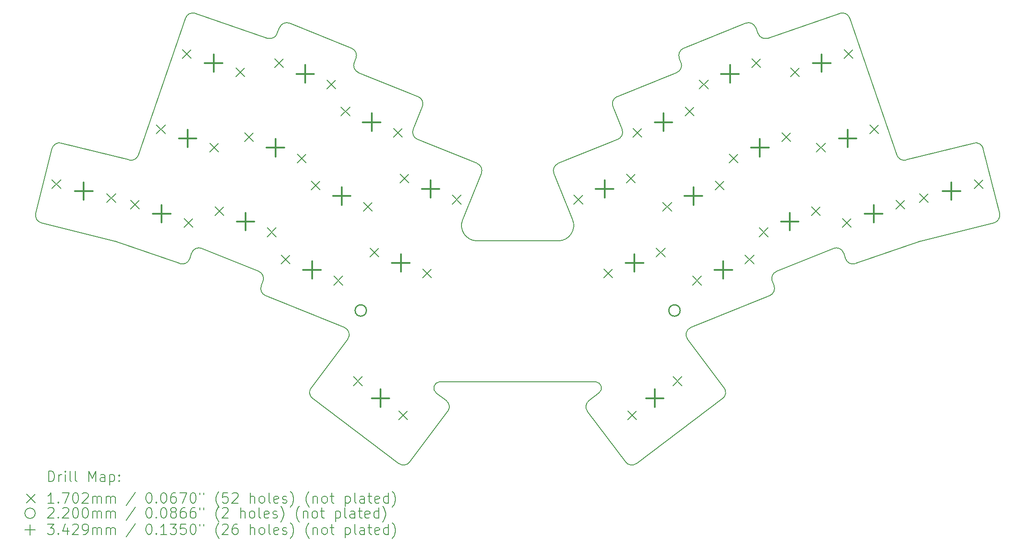
<source format=gbr>
%TF.GenerationSoftware,KiCad,Pcbnew,8.0.5*%
%TF.CreationDate,2024-09-08T16:42:37+10:00*%
%TF.ProjectId,akohekohe_min_choc,616b6f68-656b-46f6-9865-5f6d696e5f63,0.1*%
%TF.SameCoordinates,Original*%
%TF.FileFunction,Drillmap*%
%TF.FilePolarity,Positive*%
%FSLAX45Y45*%
G04 Gerber Fmt 4.5, Leading zero omitted, Abs format (unit mm)*
G04 Created by KiCad (PCBNEW 8.0.5) date 2024-09-08 16:42:37*
%MOMM*%
%LPD*%
G01*
G04 APERTURE LIST*
%ADD10C,0.150000*%
%ADD11C,0.200000*%
%ADD12C,0.170180*%
%ADD13C,0.220000*%
%ADD14C,0.342900*%
G04 APERTURE END LIST*
D10*
X6844252Y-11205890D02*
G75*
G02*
X6734996Y-11024056I36298J145550D01*
G01*
X15314088Y-11554746D02*
G75*
G02*
X15035932Y-11142362I-8J299996D01*
G01*
X23657910Y-9982711D02*
G75*
G02*
X23479787Y-9886003I-36290J145551D01*
G01*
X8730168Y-9886000D02*
G75*
G02*
X8552053Y-9982713I-141828J48830D01*
G01*
X11476505Y-7405760D02*
X11427370Y-7527372D01*
X17957987Y-8945055D02*
G75*
G02*
X18040876Y-8749788I139063J56195D01*
G01*
X17626609Y-14295839D02*
G75*
G02*
X17683841Y-14517136I-14739J-121861D01*
G01*
X19410423Y-13469216D02*
X20120660Y-14411733D01*
X13010108Y-8281528D02*
X14169089Y-8749784D01*
X19410423Y-13469217D02*
G75*
G02*
X19474029Y-13239869I119808J90267D01*
G01*
X14716616Y-14661984D02*
G75*
G02*
X14746135Y-14872050I-90296J-119796D01*
G01*
X12118820Y-14621798D02*
X13795957Y-15885612D01*
X12927224Y-8086258D02*
X12959999Y-8005130D01*
X8263753Y-11559812D02*
G75*
G02*
X8276301Y-11563526I-36383J-145958D01*
G01*
X20120660Y-14411733D02*
G75*
G02*
X20091142Y-14621804I-119790J-90277D01*
G01*
X12735932Y-13239865D02*
G75*
G02*
X12799533Y-13469213I-56192J-139075D01*
G01*
X14074036Y-9385467D02*
X14251975Y-8945054D01*
X12089299Y-14411733D02*
X12799535Y-13469215D01*
X9964010Y-11702002D02*
X11070104Y-12148894D01*
X9837663Y-7130332D02*
X11239457Y-7613006D01*
X14169089Y-8749784D02*
G75*
G02*
X14251974Y-8945053I-56189J-139076D01*
G01*
X23479793Y-9886001D02*
X22562959Y-7223324D01*
X7049494Y-9762674D02*
X6734997Y-11024056D01*
X18203935Y-15856088D02*
X17463822Y-14872055D01*
X11070104Y-12148894D02*
G75*
G02*
X11152986Y-12344163I-56194J-139076D01*
G01*
X14156922Y-9580735D02*
G75*
G02*
X14074035Y-9385466I56208J139085D01*
G01*
X15035933Y-11142363D02*
X15398789Y-10244261D01*
X9646999Y-7223324D02*
G75*
G02*
X9837663Y-7130334I141831J-48846D01*
G01*
X23933660Y-11563530D02*
G75*
G02*
X23946209Y-11559812I48960J-142210D01*
G01*
X7049496Y-9762675D02*
G75*
G02*
X7231329Y-9653412I145554J-36295D01*
G01*
X22372296Y-7130331D02*
G75*
G02*
X22562952Y-7223326I48834J-141819D01*
G01*
X14006024Y-15856087D02*
X14746138Y-14872053D01*
X23933660Y-11563530D02*
X22673293Y-11997509D01*
X20538185Y-7322872D02*
X19332847Y-7809861D01*
X21089750Y-12425292D02*
G75*
G02*
X21006868Y-12620564I-139070J-56198D01*
G01*
X16894057Y-10048994D02*
X18053037Y-9580735D01*
X14716616Y-14661984D02*
X14525915Y-14517389D01*
X16895873Y-11554745D02*
X15314088Y-11554746D01*
X15315901Y-10048994D02*
G75*
G02*
X15398797Y-10244264I-56171J-139076D01*
G01*
X19249962Y-8005130D02*
X19282738Y-8086259D01*
X24978635Y-9653417D02*
X23657910Y-9982711D01*
X25160466Y-9762673D02*
X25474965Y-11024059D01*
X16811172Y-10244261D02*
G75*
G02*
X16894059Y-10048998I139068J56191D01*
G01*
X25474965Y-11024059D02*
G75*
G02*
X25365708Y-11205896I-145545J-36291D01*
G01*
X9727330Y-11904512D02*
X9765988Y-11792245D01*
X8276301Y-11563526D02*
X9536667Y-11997509D01*
X22673293Y-11997509D02*
G75*
G02*
X22482625Y-11904518I-48843J141820D01*
G01*
X11476505Y-7405760D02*
G75*
G02*
X11671771Y-7322876I139075J-56190D01*
G01*
X12118821Y-14621798D02*
G75*
G02*
X12089298Y-14411732I90299J119798D01*
G01*
X14526117Y-14517141D02*
G75*
G02*
X14583352Y-14295842I71993J99431D01*
G01*
X17626609Y-14295839D02*
X14583352Y-14295838D01*
X11203097Y-12620560D02*
G75*
G02*
X11120219Y-12425295I56213J139080D01*
G01*
X17957987Y-8945055D02*
X18135926Y-9385468D01*
X22482630Y-11904516D02*
X22443972Y-11792244D01*
X24978635Y-9653417D02*
G75*
G02*
X25160463Y-9762674I36285J-145543D01*
G01*
X25365707Y-11205892D02*
X23946207Y-11559813D01*
X16811172Y-10244261D02*
X17174028Y-11142364D01*
X6844252Y-11205890D02*
X8263753Y-11559812D01*
X8730167Y-9886002D02*
X9647003Y-7223322D01*
X13010108Y-8281528D02*
G75*
G02*
X12927224Y-8086258I56172J139068D01*
G01*
X12877113Y-7809861D02*
G75*
G02*
X12960005Y-8005132I-56183J-139079D01*
G01*
X9727330Y-11904513D02*
G75*
G02*
X9536669Y-11997504I-141830J48843D01*
G01*
X11152990Y-12344165D02*
X11120210Y-12425292D01*
X18414004Y-15885613D02*
G75*
G02*
X18203933Y-15856089I-90274J119793D01*
G01*
X7231328Y-9653416D02*
X8552053Y-9982710D01*
X11427370Y-7527372D02*
G75*
G02*
X11239455Y-7613010I-139080J56192D01*
G01*
X14156922Y-9580735D02*
X15315901Y-10048994D01*
X11203097Y-12620560D02*
X12735931Y-13239864D01*
X12877113Y-7809860D02*
X11671773Y-7322872D01*
X20733456Y-7405760D02*
X20782591Y-7527372D01*
X22245954Y-11702006D02*
X21139861Y-12148894D01*
X22372296Y-7130331D02*
X20970505Y-7613007D01*
X21056972Y-12344163D02*
G75*
G02*
X21139862Y-12148898I139088J56183D01*
G01*
X18040875Y-8749786D02*
X19199852Y-8281525D01*
X9765988Y-11792245D02*
G75*
G02*
X9964009Y-11702004I141832J-48845D01*
G01*
X19474027Y-13239865D02*
X21006866Y-12620560D01*
X19282738Y-8086259D02*
G75*
G02*
X19199853Y-8281527I-139078J-56191D01*
G01*
X20538185Y-7322872D02*
G75*
G02*
X20733455Y-7405762I56195J-139068D01*
G01*
X17463822Y-14872055D02*
G75*
G02*
X17493347Y-14661988I119838J90265D01*
G01*
X22245954Y-11702006D02*
G75*
G02*
X22443969Y-11792245I56186J-139084D01*
G01*
X17174028Y-11142364D02*
G75*
G02*
X16895873Y-11554745I-278148J-112386D01*
G01*
X21089750Y-12425292D02*
X21056972Y-12344163D01*
X19249962Y-8005129D02*
G75*
G02*
X19332848Y-7809863I139078J56189D01*
G01*
X18135926Y-9385467D02*
G75*
G02*
X18053038Y-9580738I-139076J-56193D01*
G01*
X20970505Y-7613007D02*
G75*
G02*
X20782587Y-7527374I-48845J141817D01*
G01*
X14006024Y-15856087D02*
G75*
G02*
X13795959Y-15885611I-119794J90267D01*
G01*
X17493344Y-14661984D02*
X17684045Y-14517388D01*
X20091139Y-14621799D02*
X18414004Y-15885613D01*
D11*
D12*
X7049730Y-10368757D02*
X7219910Y-10538937D01*
X7219910Y-10368757D02*
X7049730Y-10538937D01*
X8117055Y-10634871D02*
X8287235Y-10805051D01*
X8287235Y-10634871D02*
X8117055Y-10805051D01*
X8577412Y-10765321D02*
X8747592Y-10935501D01*
X8747592Y-10765321D02*
X8577412Y-10935501D01*
X9082042Y-9299766D02*
X9252222Y-9469946D01*
X9252222Y-9299766D02*
X9082042Y-9469946D01*
X9586672Y-7834213D02*
X9756852Y-8004393D01*
X9756852Y-7834213D02*
X9586672Y-8004393D01*
X9617480Y-11123447D02*
X9787660Y-11293627D01*
X9787660Y-11123447D02*
X9617480Y-11293627D01*
X10122110Y-9657892D02*
X10292290Y-9828072D01*
X10292290Y-9657892D02*
X10122110Y-9828072D01*
X10218438Y-10891261D02*
X10388618Y-11061441D01*
X10388618Y-10891261D02*
X10218438Y-11061441D01*
X10626740Y-8192339D02*
X10796920Y-8362519D01*
X10796920Y-8192339D02*
X10626740Y-8362519D01*
X10799076Y-9454125D02*
X10969256Y-9624305D01*
X10969256Y-9454125D02*
X10799076Y-9624305D01*
X11238341Y-11303328D02*
X11408521Y-11473508D01*
X11408521Y-11303328D02*
X11238341Y-11473508D01*
X11379717Y-8016990D02*
X11549897Y-8187170D01*
X11549897Y-8016990D02*
X11379717Y-8187170D01*
X11510411Y-11831186D02*
X11680591Y-12001366D01*
X11680591Y-11831186D02*
X11510411Y-12001366D01*
X11818978Y-9866192D02*
X11989158Y-10036372D01*
X11989158Y-9866192D02*
X11818978Y-10036372D01*
X12091052Y-10394049D02*
X12261232Y-10564229D01*
X12261232Y-10394049D02*
X12091052Y-10564229D01*
X12399619Y-8429057D02*
X12569799Y-8599237D01*
X12569799Y-8429057D02*
X12399619Y-8599237D01*
X12530313Y-12243253D02*
X12700493Y-12413433D01*
X12700493Y-12243253D02*
X12530313Y-12413433D01*
X12671692Y-8956913D02*
X12841872Y-9127093D01*
X12841872Y-8956913D02*
X12671692Y-9127093D01*
X12914503Y-14198709D02*
X13084683Y-14368889D01*
X13084683Y-14198709D02*
X12914503Y-14368889D01*
X13110954Y-10806116D02*
X13281134Y-10976296D01*
X13281134Y-10806116D02*
X13110954Y-10976296D01*
X13237867Y-11693258D02*
X13408047Y-11863438D01*
X13408047Y-11693258D02*
X13237867Y-11863438D01*
X13691594Y-9368980D02*
X13861774Y-9539160D01*
X13861774Y-9368980D02*
X13691594Y-9539160D01*
X13793002Y-14860706D02*
X13963182Y-15030886D01*
X13963182Y-14860706D02*
X13793002Y-15030886D01*
X13818506Y-10256121D02*
X13988686Y-10426301D01*
X13988686Y-10256121D02*
X13818506Y-10426301D01*
X14257770Y-12105325D02*
X14427950Y-12275505D01*
X14427950Y-12105325D02*
X14257770Y-12275505D01*
X14838408Y-10668189D02*
X15008588Y-10838369D01*
X15008588Y-10668189D02*
X14838408Y-10838369D01*
X17201370Y-10668189D02*
X17371550Y-10838369D01*
X17371550Y-10668189D02*
X17201370Y-10838369D01*
X17782010Y-12105324D02*
X17952190Y-12275504D01*
X17952190Y-12105324D02*
X17782010Y-12275504D01*
X18221272Y-10256122D02*
X18391452Y-10426302D01*
X18391452Y-10256122D02*
X18221272Y-10426302D01*
X18246779Y-14860706D02*
X18416959Y-15030886D01*
X18416959Y-14860706D02*
X18246779Y-15030886D01*
X18348185Y-9368982D02*
X18518365Y-9539162D01*
X18518365Y-9368982D02*
X18348185Y-9539162D01*
X18801912Y-11693256D02*
X18972092Y-11863436D01*
X18972092Y-11693256D02*
X18801912Y-11863436D01*
X18928826Y-10806116D02*
X19099006Y-10976296D01*
X19099006Y-10806116D02*
X18928826Y-10976296D01*
X19125278Y-14198710D02*
X19295458Y-14368890D01*
X19295458Y-14198710D02*
X19125278Y-14368890D01*
X19368087Y-8956915D02*
X19538267Y-9127095D01*
X19538267Y-8956915D02*
X19368087Y-9127095D01*
X19509466Y-12243251D02*
X19679646Y-12413431D01*
X19679646Y-12243251D02*
X19509466Y-12413431D01*
X19640162Y-8429058D02*
X19810342Y-8599238D01*
X19810342Y-8429058D02*
X19640162Y-8599238D01*
X19948728Y-10394049D02*
X20118908Y-10564229D01*
X20118908Y-10394049D02*
X19948728Y-10564229D01*
X20220803Y-9866193D02*
X20390983Y-10036373D01*
X20390983Y-9866193D02*
X20220803Y-10036373D01*
X20529369Y-11831184D02*
X20699549Y-12001364D01*
X20699549Y-11831184D02*
X20529369Y-12001364D01*
X20660064Y-8016991D02*
X20830244Y-8187171D01*
X20830244Y-8016991D02*
X20660064Y-8187171D01*
X20801442Y-11303327D02*
X20971622Y-11473507D01*
X20971622Y-11303327D02*
X20801442Y-11473507D01*
X21240705Y-9454126D02*
X21410885Y-9624306D01*
X21410885Y-9454126D02*
X21240705Y-9624306D01*
X21413040Y-8192339D02*
X21583220Y-8362519D01*
X21583220Y-8192339D02*
X21413040Y-8362519D01*
X21821344Y-10891260D02*
X21991524Y-11061440D01*
X21991524Y-10891260D02*
X21821344Y-11061440D01*
X21917670Y-9657891D02*
X22087850Y-9828071D01*
X22087850Y-9657891D02*
X21917670Y-9828071D01*
X22422301Y-11123445D02*
X22592481Y-11293625D01*
X22592481Y-11123445D02*
X22422301Y-11293625D01*
X22453110Y-7834213D02*
X22623290Y-8004393D01*
X22623290Y-7834213D02*
X22453110Y-8004393D01*
X22957740Y-9299766D02*
X23127920Y-9469946D01*
X23127920Y-9299766D02*
X22957740Y-9469946D01*
X23462372Y-10765320D02*
X23632552Y-10935500D01*
X23632552Y-10765320D02*
X23462372Y-10935500D01*
X23922727Y-10634872D02*
X24092907Y-10805052D01*
X24092907Y-10634872D02*
X23922727Y-10805052D01*
X24990052Y-10368758D02*
X25160232Y-10538938D01*
X25160232Y-10368758D02*
X24990052Y-10538938D01*
D13*
X13164416Y-12910164D02*
G75*
G02*
X12944416Y-12910164I-110000J0D01*
G01*
X12944416Y-12910164D02*
G75*
G02*
X13164416Y-12910164I110000J0D01*
G01*
X19265493Y-12910166D02*
G75*
G02*
X19045493Y-12910166I-110000J0D01*
G01*
X19045493Y-12910166D02*
G75*
G02*
X19265493Y-12910166I110000J0D01*
G01*
D14*
X7668482Y-10415454D02*
X7668482Y-10758354D01*
X7497032Y-10586904D02*
X7839932Y-10586904D01*
X9182536Y-10858024D02*
X9182536Y-11200924D01*
X9011086Y-11029474D02*
X9353986Y-11029474D01*
X9687166Y-9392469D02*
X9687166Y-9735369D01*
X9515716Y-9563919D02*
X9858616Y-9563919D01*
X10191796Y-7926916D02*
X10191796Y-8269816D01*
X10020346Y-8098366D02*
X10363246Y-8098366D01*
X10813480Y-11010935D02*
X10813480Y-11353834D01*
X10642030Y-11182385D02*
X10984930Y-11182385D01*
X11394117Y-9573798D02*
X11394117Y-9916698D01*
X11222667Y-9745248D02*
X11565567Y-9745248D01*
X11974758Y-8136663D02*
X11974758Y-8479563D01*
X11803308Y-8308113D02*
X12146208Y-8308113D01*
X12105452Y-11950859D02*
X12105452Y-12293759D01*
X11934002Y-12122309D02*
X12276902Y-12122309D01*
X12686093Y-10513723D02*
X12686093Y-10856623D01*
X12514643Y-10685173D02*
X12857543Y-10685173D01*
X13266733Y-9076586D02*
X13266733Y-9419486D01*
X13095283Y-9248036D02*
X13438183Y-9248036D01*
X13438842Y-14443348D02*
X13438842Y-14786248D01*
X13267392Y-14614798D02*
X13610292Y-14614798D01*
X13832909Y-11812932D02*
X13832909Y-12155832D01*
X13661459Y-11984382D02*
X14004359Y-11984382D01*
X14413547Y-10375795D02*
X14413547Y-10718695D01*
X14242097Y-10547245D02*
X14584997Y-10547245D01*
X17796411Y-10375796D02*
X17796411Y-10718696D01*
X17624961Y-10547246D02*
X17967861Y-10547246D01*
X18377051Y-11812930D02*
X18377051Y-12155830D01*
X18205601Y-11984380D02*
X18548501Y-11984380D01*
X18771119Y-14443348D02*
X18771119Y-14786248D01*
X18599669Y-14614798D02*
X18942569Y-14614798D01*
X18943226Y-9076589D02*
X18943226Y-9419489D01*
X18771776Y-9248039D02*
X19114676Y-9248039D01*
X19523867Y-10513723D02*
X19523867Y-10856623D01*
X19352417Y-10685173D02*
X19695317Y-10685173D01*
X20104507Y-11950858D02*
X20104507Y-12293758D01*
X19933057Y-12122308D02*
X20275957Y-12122308D01*
X20235203Y-8136664D02*
X20235203Y-8479564D01*
X20063753Y-8308114D02*
X20406653Y-8308114D01*
X20815844Y-9573800D02*
X20815844Y-9916700D01*
X20644394Y-9745250D02*
X20987294Y-9745250D01*
X21396483Y-11010933D02*
X21396483Y-11353833D01*
X21225033Y-11182383D02*
X21567933Y-11182383D01*
X22018165Y-7926916D02*
X22018165Y-8269816D01*
X21846715Y-8098366D02*
X22189615Y-8098366D01*
X22522795Y-9392469D02*
X22522795Y-9735369D01*
X22351345Y-9563919D02*
X22694245Y-9563919D01*
X23027427Y-10858023D02*
X23027427Y-11200923D01*
X22855977Y-11029473D02*
X23198877Y-11029473D01*
X24541479Y-10415455D02*
X24541479Y-10758355D01*
X24370029Y-10586905D02*
X24712929Y-10586905D01*
D11*
X6983819Y-16234803D02*
X6983819Y-16034803D01*
X6983819Y-16034803D02*
X7031438Y-16034803D01*
X7031438Y-16034803D02*
X7060009Y-16044327D01*
X7060009Y-16044327D02*
X7079057Y-16063375D01*
X7079057Y-16063375D02*
X7088581Y-16082422D01*
X7088581Y-16082422D02*
X7098104Y-16120517D01*
X7098104Y-16120517D02*
X7098104Y-16149089D01*
X7098104Y-16149089D02*
X7088581Y-16187184D01*
X7088581Y-16187184D02*
X7079057Y-16206232D01*
X7079057Y-16206232D02*
X7060009Y-16225279D01*
X7060009Y-16225279D02*
X7031438Y-16234803D01*
X7031438Y-16234803D02*
X6983819Y-16234803D01*
X7183819Y-16234803D02*
X7183819Y-16101470D01*
X7183819Y-16139565D02*
X7193342Y-16120517D01*
X7193342Y-16120517D02*
X7202866Y-16110994D01*
X7202866Y-16110994D02*
X7221914Y-16101470D01*
X7221914Y-16101470D02*
X7240962Y-16101470D01*
X7307628Y-16234803D02*
X7307628Y-16101470D01*
X7307628Y-16034803D02*
X7298104Y-16044327D01*
X7298104Y-16044327D02*
X7307628Y-16053851D01*
X7307628Y-16053851D02*
X7317152Y-16044327D01*
X7317152Y-16044327D02*
X7307628Y-16034803D01*
X7307628Y-16034803D02*
X7307628Y-16053851D01*
X7431438Y-16234803D02*
X7412390Y-16225279D01*
X7412390Y-16225279D02*
X7402866Y-16206232D01*
X7402866Y-16206232D02*
X7402866Y-16034803D01*
X7536200Y-16234803D02*
X7517152Y-16225279D01*
X7517152Y-16225279D02*
X7507628Y-16206232D01*
X7507628Y-16206232D02*
X7507628Y-16034803D01*
X7764771Y-16234803D02*
X7764771Y-16034803D01*
X7764771Y-16034803D02*
X7831438Y-16177660D01*
X7831438Y-16177660D02*
X7898104Y-16034803D01*
X7898104Y-16034803D02*
X7898104Y-16234803D01*
X8079057Y-16234803D02*
X8079057Y-16130041D01*
X8079057Y-16130041D02*
X8069533Y-16110994D01*
X8069533Y-16110994D02*
X8050485Y-16101470D01*
X8050485Y-16101470D02*
X8012390Y-16101470D01*
X8012390Y-16101470D02*
X7993342Y-16110994D01*
X8079057Y-16225279D02*
X8060009Y-16234803D01*
X8060009Y-16234803D02*
X8012390Y-16234803D01*
X8012390Y-16234803D02*
X7993342Y-16225279D01*
X7993342Y-16225279D02*
X7983819Y-16206232D01*
X7983819Y-16206232D02*
X7983819Y-16187184D01*
X7983819Y-16187184D02*
X7993342Y-16168136D01*
X7993342Y-16168136D02*
X8012390Y-16158613D01*
X8012390Y-16158613D02*
X8060009Y-16158613D01*
X8060009Y-16158613D02*
X8079057Y-16149089D01*
X8174295Y-16101470D02*
X8174295Y-16301470D01*
X8174295Y-16110994D02*
X8193342Y-16101470D01*
X8193342Y-16101470D02*
X8231438Y-16101470D01*
X8231438Y-16101470D02*
X8250485Y-16110994D01*
X8250485Y-16110994D02*
X8260009Y-16120517D01*
X8260009Y-16120517D02*
X8269533Y-16139565D01*
X8269533Y-16139565D02*
X8269533Y-16196708D01*
X8269533Y-16196708D02*
X8260009Y-16215755D01*
X8260009Y-16215755D02*
X8250485Y-16225279D01*
X8250485Y-16225279D02*
X8231438Y-16234803D01*
X8231438Y-16234803D02*
X8193342Y-16234803D01*
X8193342Y-16234803D02*
X8174295Y-16225279D01*
X8355247Y-16215755D02*
X8364771Y-16225279D01*
X8364771Y-16225279D02*
X8355247Y-16234803D01*
X8355247Y-16234803D02*
X8345723Y-16225279D01*
X8345723Y-16225279D02*
X8355247Y-16215755D01*
X8355247Y-16215755D02*
X8355247Y-16234803D01*
X8355247Y-16110994D02*
X8364771Y-16120517D01*
X8364771Y-16120517D02*
X8355247Y-16130041D01*
X8355247Y-16130041D02*
X8345723Y-16120517D01*
X8345723Y-16120517D02*
X8355247Y-16110994D01*
X8355247Y-16110994D02*
X8355247Y-16130041D01*
D12*
X6552862Y-16478229D02*
X6723042Y-16648409D01*
X6723042Y-16478229D02*
X6552862Y-16648409D01*
D11*
X7088581Y-16654803D02*
X6974295Y-16654803D01*
X7031438Y-16654803D02*
X7031438Y-16454803D01*
X7031438Y-16454803D02*
X7012390Y-16483375D01*
X7012390Y-16483375D02*
X6993342Y-16502422D01*
X6993342Y-16502422D02*
X6974295Y-16511946D01*
X7174295Y-16635755D02*
X7183819Y-16645279D01*
X7183819Y-16645279D02*
X7174295Y-16654803D01*
X7174295Y-16654803D02*
X7164771Y-16645279D01*
X7164771Y-16645279D02*
X7174295Y-16635755D01*
X7174295Y-16635755D02*
X7174295Y-16654803D01*
X7250485Y-16454803D02*
X7383819Y-16454803D01*
X7383819Y-16454803D02*
X7298104Y-16654803D01*
X7498104Y-16454803D02*
X7517152Y-16454803D01*
X7517152Y-16454803D02*
X7536200Y-16464327D01*
X7536200Y-16464327D02*
X7545723Y-16473851D01*
X7545723Y-16473851D02*
X7555247Y-16492898D01*
X7555247Y-16492898D02*
X7564771Y-16530994D01*
X7564771Y-16530994D02*
X7564771Y-16578613D01*
X7564771Y-16578613D02*
X7555247Y-16616708D01*
X7555247Y-16616708D02*
X7545723Y-16635755D01*
X7545723Y-16635755D02*
X7536200Y-16645279D01*
X7536200Y-16645279D02*
X7517152Y-16654803D01*
X7517152Y-16654803D02*
X7498104Y-16654803D01*
X7498104Y-16654803D02*
X7479057Y-16645279D01*
X7479057Y-16645279D02*
X7469533Y-16635755D01*
X7469533Y-16635755D02*
X7460009Y-16616708D01*
X7460009Y-16616708D02*
X7450485Y-16578613D01*
X7450485Y-16578613D02*
X7450485Y-16530994D01*
X7450485Y-16530994D02*
X7460009Y-16492898D01*
X7460009Y-16492898D02*
X7469533Y-16473851D01*
X7469533Y-16473851D02*
X7479057Y-16464327D01*
X7479057Y-16464327D02*
X7498104Y-16454803D01*
X7640962Y-16473851D02*
X7650485Y-16464327D01*
X7650485Y-16464327D02*
X7669533Y-16454803D01*
X7669533Y-16454803D02*
X7717152Y-16454803D01*
X7717152Y-16454803D02*
X7736200Y-16464327D01*
X7736200Y-16464327D02*
X7745723Y-16473851D01*
X7745723Y-16473851D02*
X7755247Y-16492898D01*
X7755247Y-16492898D02*
X7755247Y-16511946D01*
X7755247Y-16511946D02*
X7745723Y-16540517D01*
X7745723Y-16540517D02*
X7631438Y-16654803D01*
X7631438Y-16654803D02*
X7755247Y-16654803D01*
X7840962Y-16654803D02*
X7840962Y-16521470D01*
X7840962Y-16540517D02*
X7850485Y-16530994D01*
X7850485Y-16530994D02*
X7869533Y-16521470D01*
X7869533Y-16521470D02*
X7898104Y-16521470D01*
X7898104Y-16521470D02*
X7917152Y-16530994D01*
X7917152Y-16530994D02*
X7926676Y-16550041D01*
X7926676Y-16550041D02*
X7926676Y-16654803D01*
X7926676Y-16550041D02*
X7936200Y-16530994D01*
X7936200Y-16530994D02*
X7955247Y-16521470D01*
X7955247Y-16521470D02*
X7983819Y-16521470D01*
X7983819Y-16521470D02*
X8002866Y-16530994D01*
X8002866Y-16530994D02*
X8012390Y-16550041D01*
X8012390Y-16550041D02*
X8012390Y-16654803D01*
X8107628Y-16654803D02*
X8107628Y-16521470D01*
X8107628Y-16540517D02*
X8117152Y-16530994D01*
X8117152Y-16530994D02*
X8136200Y-16521470D01*
X8136200Y-16521470D02*
X8164771Y-16521470D01*
X8164771Y-16521470D02*
X8183819Y-16530994D01*
X8183819Y-16530994D02*
X8193343Y-16550041D01*
X8193343Y-16550041D02*
X8193343Y-16654803D01*
X8193343Y-16550041D02*
X8202866Y-16530994D01*
X8202866Y-16530994D02*
X8221914Y-16521470D01*
X8221914Y-16521470D02*
X8250485Y-16521470D01*
X8250485Y-16521470D02*
X8269533Y-16530994D01*
X8269533Y-16530994D02*
X8279057Y-16550041D01*
X8279057Y-16550041D02*
X8279057Y-16654803D01*
X8669533Y-16445279D02*
X8498105Y-16702422D01*
X8926676Y-16454803D02*
X8945724Y-16454803D01*
X8945724Y-16454803D02*
X8964771Y-16464327D01*
X8964771Y-16464327D02*
X8974295Y-16473851D01*
X8974295Y-16473851D02*
X8983819Y-16492898D01*
X8983819Y-16492898D02*
X8993343Y-16530994D01*
X8993343Y-16530994D02*
X8993343Y-16578613D01*
X8993343Y-16578613D02*
X8983819Y-16616708D01*
X8983819Y-16616708D02*
X8974295Y-16635755D01*
X8974295Y-16635755D02*
X8964771Y-16645279D01*
X8964771Y-16645279D02*
X8945724Y-16654803D01*
X8945724Y-16654803D02*
X8926676Y-16654803D01*
X8926676Y-16654803D02*
X8907628Y-16645279D01*
X8907628Y-16645279D02*
X8898105Y-16635755D01*
X8898105Y-16635755D02*
X8888581Y-16616708D01*
X8888581Y-16616708D02*
X8879057Y-16578613D01*
X8879057Y-16578613D02*
X8879057Y-16530994D01*
X8879057Y-16530994D02*
X8888581Y-16492898D01*
X8888581Y-16492898D02*
X8898105Y-16473851D01*
X8898105Y-16473851D02*
X8907628Y-16464327D01*
X8907628Y-16464327D02*
X8926676Y-16454803D01*
X9079057Y-16635755D02*
X9088581Y-16645279D01*
X9088581Y-16645279D02*
X9079057Y-16654803D01*
X9079057Y-16654803D02*
X9069533Y-16645279D01*
X9069533Y-16645279D02*
X9079057Y-16635755D01*
X9079057Y-16635755D02*
X9079057Y-16654803D01*
X9212390Y-16454803D02*
X9231438Y-16454803D01*
X9231438Y-16454803D02*
X9250486Y-16464327D01*
X9250486Y-16464327D02*
X9260009Y-16473851D01*
X9260009Y-16473851D02*
X9269533Y-16492898D01*
X9269533Y-16492898D02*
X9279057Y-16530994D01*
X9279057Y-16530994D02*
X9279057Y-16578613D01*
X9279057Y-16578613D02*
X9269533Y-16616708D01*
X9269533Y-16616708D02*
X9260009Y-16635755D01*
X9260009Y-16635755D02*
X9250486Y-16645279D01*
X9250486Y-16645279D02*
X9231438Y-16654803D01*
X9231438Y-16654803D02*
X9212390Y-16654803D01*
X9212390Y-16654803D02*
X9193343Y-16645279D01*
X9193343Y-16645279D02*
X9183819Y-16635755D01*
X9183819Y-16635755D02*
X9174295Y-16616708D01*
X9174295Y-16616708D02*
X9164771Y-16578613D01*
X9164771Y-16578613D02*
X9164771Y-16530994D01*
X9164771Y-16530994D02*
X9174295Y-16492898D01*
X9174295Y-16492898D02*
X9183819Y-16473851D01*
X9183819Y-16473851D02*
X9193343Y-16464327D01*
X9193343Y-16464327D02*
X9212390Y-16454803D01*
X9450486Y-16454803D02*
X9412390Y-16454803D01*
X9412390Y-16454803D02*
X9393343Y-16464327D01*
X9393343Y-16464327D02*
X9383819Y-16473851D01*
X9383819Y-16473851D02*
X9364771Y-16502422D01*
X9364771Y-16502422D02*
X9355248Y-16540517D01*
X9355248Y-16540517D02*
X9355248Y-16616708D01*
X9355248Y-16616708D02*
X9364771Y-16635755D01*
X9364771Y-16635755D02*
X9374295Y-16645279D01*
X9374295Y-16645279D02*
X9393343Y-16654803D01*
X9393343Y-16654803D02*
X9431438Y-16654803D01*
X9431438Y-16654803D02*
X9450486Y-16645279D01*
X9450486Y-16645279D02*
X9460009Y-16635755D01*
X9460009Y-16635755D02*
X9469533Y-16616708D01*
X9469533Y-16616708D02*
X9469533Y-16569089D01*
X9469533Y-16569089D02*
X9460009Y-16550041D01*
X9460009Y-16550041D02*
X9450486Y-16540517D01*
X9450486Y-16540517D02*
X9431438Y-16530994D01*
X9431438Y-16530994D02*
X9393343Y-16530994D01*
X9393343Y-16530994D02*
X9374295Y-16540517D01*
X9374295Y-16540517D02*
X9364771Y-16550041D01*
X9364771Y-16550041D02*
X9355248Y-16569089D01*
X9536200Y-16454803D02*
X9669533Y-16454803D01*
X9669533Y-16454803D02*
X9583819Y-16654803D01*
X9783819Y-16454803D02*
X9802867Y-16454803D01*
X9802867Y-16454803D02*
X9821914Y-16464327D01*
X9821914Y-16464327D02*
X9831438Y-16473851D01*
X9831438Y-16473851D02*
X9840962Y-16492898D01*
X9840962Y-16492898D02*
X9850486Y-16530994D01*
X9850486Y-16530994D02*
X9850486Y-16578613D01*
X9850486Y-16578613D02*
X9840962Y-16616708D01*
X9840962Y-16616708D02*
X9831438Y-16635755D01*
X9831438Y-16635755D02*
X9821914Y-16645279D01*
X9821914Y-16645279D02*
X9802867Y-16654803D01*
X9802867Y-16654803D02*
X9783819Y-16654803D01*
X9783819Y-16654803D02*
X9764771Y-16645279D01*
X9764771Y-16645279D02*
X9755248Y-16635755D01*
X9755248Y-16635755D02*
X9745724Y-16616708D01*
X9745724Y-16616708D02*
X9736200Y-16578613D01*
X9736200Y-16578613D02*
X9736200Y-16530994D01*
X9736200Y-16530994D02*
X9745724Y-16492898D01*
X9745724Y-16492898D02*
X9755248Y-16473851D01*
X9755248Y-16473851D02*
X9764771Y-16464327D01*
X9764771Y-16464327D02*
X9783819Y-16454803D01*
X9926676Y-16454803D02*
X9926676Y-16492898D01*
X10002867Y-16454803D02*
X10002867Y-16492898D01*
X10298105Y-16730994D02*
X10288581Y-16721470D01*
X10288581Y-16721470D02*
X10269533Y-16692898D01*
X10269533Y-16692898D02*
X10260010Y-16673851D01*
X10260010Y-16673851D02*
X10250486Y-16645279D01*
X10250486Y-16645279D02*
X10240962Y-16597660D01*
X10240962Y-16597660D02*
X10240962Y-16559565D01*
X10240962Y-16559565D02*
X10250486Y-16511946D01*
X10250486Y-16511946D02*
X10260010Y-16483375D01*
X10260010Y-16483375D02*
X10269533Y-16464327D01*
X10269533Y-16464327D02*
X10288581Y-16435755D01*
X10288581Y-16435755D02*
X10298105Y-16426232D01*
X10469533Y-16454803D02*
X10374295Y-16454803D01*
X10374295Y-16454803D02*
X10364771Y-16550041D01*
X10364771Y-16550041D02*
X10374295Y-16540517D01*
X10374295Y-16540517D02*
X10393343Y-16530994D01*
X10393343Y-16530994D02*
X10440962Y-16530994D01*
X10440962Y-16530994D02*
X10460010Y-16540517D01*
X10460010Y-16540517D02*
X10469533Y-16550041D01*
X10469533Y-16550041D02*
X10479057Y-16569089D01*
X10479057Y-16569089D02*
X10479057Y-16616708D01*
X10479057Y-16616708D02*
X10469533Y-16635755D01*
X10469533Y-16635755D02*
X10460010Y-16645279D01*
X10460010Y-16645279D02*
X10440962Y-16654803D01*
X10440962Y-16654803D02*
X10393343Y-16654803D01*
X10393343Y-16654803D02*
X10374295Y-16645279D01*
X10374295Y-16645279D02*
X10364771Y-16635755D01*
X10555248Y-16473851D02*
X10564771Y-16464327D01*
X10564771Y-16464327D02*
X10583819Y-16454803D01*
X10583819Y-16454803D02*
X10631438Y-16454803D01*
X10631438Y-16454803D02*
X10650486Y-16464327D01*
X10650486Y-16464327D02*
X10660010Y-16473851D01*
X10660010Y-16473851D02*
X10669533Y-16492898D01*
X10669533Y-16492898D02*
X10669533Y-16511946D01*
X10669533Y-16511946D02*
X10660010Y-16540517D01*
X10660010Y-16540517D02*
X10545724Y-16654803D01*
X10545724Y-16654803D02*
X10669533Y-16654803D01*
X10907629Y-16654803D02*
X10907629Y-16454803D01*
X10993343Y-16654803D02*
X10993343Y-16550041D01*
X10993343Y-16550041D02*
X10983819Y-16530994D01*
X10983819Y-16530994D02*
X10964772Y-16521470D01*
X10964772Y-16521470D02*
X10936200Y-16521470D01*
X10936200Y-16521470D02*
X10917152Y-16530994D01*
X10917152Y-16530994D02*
X10907629Y-16540517D01*
X11117152Y-16654803D02*
X11098105Y-16645279D01*
X11098105Y-16645279D02*
X11088581Y-16635755D01*
X11088581Y-16635755D02*
X11079057Y-16616708D01*
X11079057Y-16616708D02*
X11079057Y-16559565D01*
X11079057Y-16559565D02*
X11088581Y-16540517D01*
X11088581Y-16540517D02*
X11098105Y-16530994D01*
X11098105Y-16530994D02*
X11117152Y-16521470D01*
X11117152Y-16521470D02*
X11145724Y-16521470D01*
X11145724Y-16521470D02*
X11164772Y-16530994D01*
X11164772Y-16530994D02*
X11174295Y-16540517D01*
X11174295Y-16540517D02*
X11183819Y-16559565D01*
X11183819Y-16559565D02*
X11183819Y-16616708D01*
X11183819Y-16616708D02*
X11174295Y-16635755D01*
X11174295Y-16635755D02*
X11164772Y-16645279D01*
X11164772Y-16645279D02*
X11145724Y-16654803D01*
X11145724Y-16654803D02*
X11117152Y-16654803D01*
X11298105Y-16654803D02*
X11279057Y-16645279D01*
X11279057Y-16645279D02*
X11269533Y-16626232D01*
X11269533Y-16626232D02*
X11269533Y-16454803D01*
X11450486Y-16645279D02*
X11431438Y-16654803D01*
X11431438Y-16654803D02*
X11393343Y-16654803D01*
X11393343Y-16654803D02*
X11374295Y-16645279D01*
X11374295Y-16645279D02*
X11364771Y-16626232D01*
X11364771Y-16626232D02*
X11364771Y-16550041D01*
X11364771Y-16550041D02*
X11374295Y-16530994D01*
X11374295Y-16530994D02*
X11393343Y-16521470D01*
X11393343Y-16521470D02*
X11431438Y-16521470D01*
X11431438Y-16521470D02*
X11450486Y-16530994D01*
X11450486Y-16530994D02*
X11460010Y-16550041D01*
X11460010Y-16550041D02*
X11460010Y-16569089D01*
X11460010Y-16569089D02*
X11364771Y-16588136D01*
X11536200Y-16645279D02*
X11555248Y-16654803D01*
X11555248Y-16654803D02*
X11593343Y-16654803D01*
X11593343Y-16654803D02*
X11612391Y-16645279D01*
X11612391Y-16645279D02*
X11621914Y-16626232D01*
X11621914Y-16626232D02*
X11621914Y-16616708D01*
X11621914Y-16616708D02*
X11612391Y-16597660D01*
X11612391Y-16597660D02*
X11593343Y-16588136D01*
X11593343Y-16588136D02*
X11564771Y-16588136D01*
X11564771Y-16588136D02*
X11545724Y-16578613D01*
X11545724Y-16578613D02*
X11536200Y-16559565D01*
X11536200Y-16559565D02*
X11536200Y-16550041D01*
X11536200Y-16550041D02*
X11545724Y-16530994D01*
X11545724Y-16530994D02*
X11564771Y-16521470D01*
X11564771Y-16521470D02*
X11593343Y-16521470D01*
X11593343Y-16521470D02*
X11612391Y-16530994D01*
X11688581Y-16730994D02*
X11698105Y-16721470D01*
X11698105Y-16721470D02*
X11717152Y-16692898D01*
X11717152Y-16692898D02*
X11726676Y-16673851D01*
X11726676Y-16673851D02*
X11736200Y-16645279D01*
X11736200Y-16645279D02*
X11745724Y-16597660D01*
X11745724Y-16597660D02*
X11745724Y-16559565D01*
X11745724Y-16559565D02*
X11736200Y-16511946D01*
X11736200Y-16511946D02*
X11726676Y-16483375D01*
X11726676Y-16483375D02*
X11717152Y-16464327D01*
X11717152Y-16464327D02*
X11698105Y-16435755D01*
X11698105Y-16435755D02*
X11688581Y-16426232D01*
X12050486Y-16730994D02*
X12040962Y-16721470D01*
X12040962Y-16721470D02*
X12021914Y-16692898D01*
X12021914Y-16692898D02*
X12012391Y-16673851D01*
X12012391Y-16673851D02*
X12002867Y-16645279D01*
X12002867Y-16645279D02*
X11993343Y-16597660D01*
X11993343Y-16597660D02*
X11993343Y-16559565D01*
X11993343Y-16559565D02*
X12002867Y-16511946D01*
X12002867Y-16511946D02*
X12012391Y-16483375D01*
X12012391Y-16483375D02*
X12021914Y-16464327D01*
X12021914Y-16464327D02*
X12040962Y-16435755D01*
X12040962Y-16435755D02*
X12050486Y-16426232D01*
X12126676Y-16521470D02*
X12126676Y-16654803D01*
X12126676Y-16540517D02*
X12136200Y-16530994D01*
X12136200Y-16530994D02*
X12155248Y-16521470D01*
X12155248Y-16521470D02*
X12183819Y-16521470D01*
X12183819Y-16521470D02*
X12202867Y-16530994D01*
X12202867Y-16530994D02*
X12212391Y-16550041D01*
X12212391Y-16550041D02*
X12212391Y-16654803D01*
X12336200Y-16654803D02*
X12317152Y-16645279D01*
X12317152Y-16645279D02*
X12307629Y-16635755D01*
X12307629Y-16635755D02*
X12298105Y-16616708D01*
X12298105Y-16616708D02*
X12298105Y-16559565D01*
X12298105Y-16559565D02*
X12307629Y-16540517D01*
X12307629Y-16540517D02*
X12317152Y-16530994D01*
X12317152Y-16530994D02*
X12336200Y-16521470D01*
X12336200Y-16521470D02*
X12364772Y-16521470D01*
X12364772Y-16521470D02*
X12383819Y-16530994D01*
X12383819Y-16530994D02*
X12393343Y-16540517D01*
X12393343Y-16540517D02*
X12402867Y-16559565D01*
X12402867Y-16559565D02*
X12402867Y-16616708D01*
X12402867Y-16616708D02*
X12393343Y-16635755D01*
X12393343Y-16635755D02*
X12383819Y-16645279D01*
X12383819Y-16645279D02*
X12364772Y-16654803D01*
X12364772Y-16654803D02*
X12336200Y-16654803D01*
X12460010Y-16521470D02*
X12536200Y-16521470D01*
X12488581Y-16454803D02*
X12488581Y-16626232D01*
X12488581Y-16626232D02*
X12498105Y-16645279D01*
X12498105Y-16645279D02*
X12517152Y-16654803D01*
X12517152Y-16654803D02*
X12536200Y-16654803D01*
X12755248Y-16521470D02*
X12755248Y-16721470D01*
X12755248Y-16530994D02*
X12774295Y-16521470D01*
X12774295Y-16521470D02*
X12812391Y-16521470D01*
X12812391Y-16521470D02*
X12831438Y-16530994D01*
X12831438Y-16530994D02*
X12840962Y-16540517D01*
X12840962Y-16540517D02*
X12850486Y-16559565D01*
X12850486Y-16559565D02*
X12850486Y-16616708D01*
X12850486Y-16616708D02*
X12840962Y-16635755D01*
X12840962Y-16635755D02*
X12831438Y-16645279D01*
X12831438Y-16645279D02*
X12812391Y-16654803D01*
X12812391Y-16654803D02*
X12774295Y-16654803D01*
X12774295Y-16654803D02*
X12755248Y-16645279D01*
X12964772Y-16654803D02*
X12945724Y-16645279D01*
X12945724Y-16645279D02*
X12936200Y-16626232D01*
X12936200Y-16626232D02*
X12936200Y-16454803D01*
X13126676Y-16654803D02*
X13126676Y-16550041D01*
X13126676Y-16550041D02*
X13117153Y-16530994D01*
X13117153Y-16530994D02*
X13098105Y-16521470D01*
X13098105Y-16521470D02*
X13060010Y-16521470D01*
X13060010Y-16521470D02*
X13040962Y-16530994D01*
X13126676Y-16645279D02*
X13107629Y-16654803D01*
X13107629Y-16654803D02*
X13060010Y-16654803D01*
X13060010Y-16654803D02*
X13040962Y-16645279D01*
X13040962Y-16645279D02*
X13031438Y-16626232D01*
X13031438Y-16626232D02*
X13031438Y-16607184D01*
X13031438Y-16607184D02*
X13040962Y-16588136D01*
X13040962Y-16588136D02*
X13060010Y-16578613D01*
X13060010Y-16578613D02*
X13107629Y-16578613D01*
X13107629Y-16578613D02*
X13126676Y-16569089D01*
X13193343Y-16521470D02*
X13269533Y-16521470D01*
X13221914Y-16454803D02*
X13221914Y-16626232D01*
X13221914Y-16626232D02*
X13231438Y-16645279D01*
X13231438Y-16645279D02*
X13250486Y-16654803D01*
X13250486Y-16654803D02*
X13269533Y-16654803D01*
X13412391Y-16645279D02*
X13393343Y-16654803D01*
X13393343Y-16654803D02*
X13355248Y-16654803D01*
X13355248Y-16654803D02*
X13336200Y-16645279D01*
X13336200Y-16645279D02*
X13326676Y-16626232D01*
X13326676Y-16626232D02*
X13326676Y-16550041D01*
X13326676Y-16550041D02*
X13336200Y-16530994D01*
X13336200Y-16530994D02*
X13355248Y-16521470D01*
X13355248Y-16521470D02*
X13393343Y-16521470D01*
X13393343Y-16521470D02*
X13412391Y-16530994D01*
X13412391Y-16530994D02*
X13421914Y-16550041D01*
X13421914Y-16550041D02*
X13421914Y-16569089D01*
X13421914Y-16569089D02*
X13326676Y-16588136D01*
X13593343Y-16654803D02*
X13593343Y-16454803D01*
X13593343Y-16645279D02*
X13574295Y-16654803D01*
X13574295Y-16654803D02*
X13536200Y-16654803D01*
X13536200Y-16654803D02*
X13517153Y-16645279D01*
X13517153Y-16645279D02*
X13507629Y-16635755D01*
X13507629Y-16635755D02*
X13498105Y-16616708D01*
X13498105Y-16616708D02*
X13498105Y-16559565D01*
X13498105Y-16559565D02*
X13507629Y-16540517D01*
X13507629Y-16540517D02*
X13517153Y-16530994D01*
X13517153Y-16530994D02*
X13536200Y-16521470D01*
X13536200Y-16521470D02*
X13574295Y-16521470D01*
X13574295Y-16521470D02*
X13593343Y-16530994D01*
X13669534Y-16730994D02*
X13679057Y-16721470D01*
X13679057Y-16721470D02*
X13698105Y-16692898D01*
X13698105Y-16692898D02*
X13707629Y-16673851D01*
X13707629Y-16673851D02*
X13717153Y-16645279D01*
X13717153Y-16645279D02*
X13726676Y-16597660D01*
X13726676Y-16597660D02*
X13726676Y-16559565D01*
X13726676Y-16559565D02*
X13717153Y-16511946D01*
X13717153Y-16511946D02*
X13707629Y-16483375D01*
X13707629Y-16483375D02*
X13698105Y-16464327D01*
X13698105Y-16464327D02*
X13679057Y-16435755D01*
X13679057Y-16435755D02*
X13669534Y-16426232D01*
X6723042Y-16853499D02*
G75*
G02*
X6523042Y-16853499I-100000J0D01*
G01*
X6523042Y-16853499D02*
G75*
G02*
X6723042Y-16853499I100000J0D01*
G01*
X6974295Y-16764031D02*
X6983819Y-16754507D01*
X6983819Y-16754507D02*
X7002866Y-16744983D01*
X7002866Y-16744983D02*
X7050485Y-16744983D01*
X7050485Y-16744983D02*
X7069533Y-16754507D01*
X7069533Y-16754507D02*
X7079057Y-16764031D01*
X7079057Y-16764031D02*
X7088581Y-16783078D01*
X7088581Y-16783078D02*
X7088581Y-16802126D01*
X7088581Y-16802126D02*
X7079057Y-16830697D01*
X7079057Y-16830697D02*
X6964771Y-16944983D01*
X6964771Y-16944983D02*
X7088581Y-16944983D01*
X7174295Y-16925936D02*
X7183819Y-16935459D01*
X7183819Y-16935459D02*
X7174295Y-16944983D01*
X7174295Y-16944983D02*
X7164771Y-16935459D01*
X7164771Y-16935459D02*
X7174295Y-16925936D01*
X7174295Y-16925936D02*
X7174295Y-16944983D01*
X7260009Y-16764031D02*
X7269533Y-16754507D01*
X7269533Y-16754507D02*
X7288581Y-16744983D01*
X7288581Y-16744983D02*
X7336200Y-16744983D01*
X7336200Y-16744983D02*
X7355247Y-16754507D01*
X7355247Y-16754507D02*
X7364771Y-16764031D01*
X7364771Y-16764031D02*
X7374295Y-16783078D01*
X7374295Y-16783078D02*
X7374295Y-16802126D01*
X7374295Y-16802126D02*
X7364771Y-16830697D01*
X7364771Y-16830697D02*
X7250485Y-16944983D01*
X7250485Y-16944983D02*
X7374295Y-16944983D01*
X7498104Y-16744983D02*
X7517152Y-16744983D01*
X7517152Y-16744983D02*
X7536200Y-16754507D01*
X7536200Y-16754507D02*
X7545723Y-16764031D01*
X7545723Y-16764031D02*
X7555247Y-16783078D01*
X7555247Y-16783078D02*
X7564771Y-16821174D01*
X7564771Y-16821174D02*
X7564771Y-16868793D01*
X7564771Y-16868793D02*
X7555247Y-16906888D01*
X7555247Y-16906888D02*
X7545723Y-16925936D01*
X7545723Y-16925936D02*
X7536200Y-16935459D01*
X7536200Y-16935459D02*
X7517152Y-16944983D01*
X7517152Y-16944983D02*
X7498104Y-16944983D01*
X7498104Y-16944983D02*
X7479057Y-16935459D01*
X7479057Y-16935459D02*
X7469533Y-16925936D01*
X7469533Y-16925936D02*
X7460009Y-16906888D01*
X7460009Y-16906888D02*
X7450485Y-16868793D01*
X7450485Y-16868793D02*
X7450485Y-16821174D01*
X7450485Y-16821174D02*
X7460009Y-16783078D01*
X7460009Y-16783078D02*
X7469533Y-16764031D01*
X7469533Y-16764031D02*
X7479057Y-16754507D01*
X7479057Y-16754507D02*
X7498104Y-16744983D01*
X7688581Y-16744983D02*
X7707628Y-16744983D01*
X7707628Y-16744983D02*
X7726676Y-16754507D01*
X7726676Y-16754507D02*
X7736200Y-16764031D01*
X7736200Y-16764031D02*
X7745723Y-16783078D01*
X7745723Y-16783078D02*
X7755247Y-16821174D01*
X7755247Y-16821174D02*
X7755247Y-16868793D01*
X7755247Y-16868793D02*
X7745723Y-16906888D01*
X7745723Y-16906888D02*
X7736200Y-16925936D01*
X7736200Y-16925936D02*
X7726676Y-16935459D01*
X7726676Y-16935459D02*
X7707628Y-16944983D01*
X7707628Y-16944983D02*
X7688581Y-16944983D01*
X7688581Y-16944983D02*
X7669533Y-16935459D01*
X7669533Y-16935459D02*
X7660009Y-16925936D01*
X7660009Y-16925936D02*
X7650485Y-16906888D01*
X7650485Y-16906888D02*
X7640962Y-16868793D01*
X7640962Y-16868793D02*
X7640962Y-16821174D01*
X7640962Y-16821174D02*
X7650485Y-16783078D01*
X7650485Y-16783078D02*
X7660009Y-16764031D01*
X7660009Y-16764031D02*
X7669533Y-16754507D01*
X7669533Y-16754507D02*
X7688581Y-16744983D01*
X7840962Y-16944983D02*
X7840962Y-16811650D01*
X7840962Y-16830697D02*
X7850485Y-16821174D01*
X7850485Y-16821174D02*
X7869533Y-16811650D01*
X7869533Y-16811650D02*
X7898104Y-16811650D01*
X7898104Y-16811650D02*
X7917152Y-16821174D01*
X7917152Y-16821174D02*
X7926676Y-16840221D01*
X7926676Y-16840221D02*
X7926676Y-16944983D01*
X7926676Y-16840221D02*
X7936200Y-16821174D01*
X7936200Y-16821174D02*
X7955247Y-16811650D01*
X7955247Y-16811650D02*
X7983819Y-16811650D01*
X7983819Y-16811650D02*
X8002866Y-16821174D01*
X8002866Y-16821174D02*
X8012390Y-16840221D01*
X8012390Y-16840221D02*
X8012390Y-16944983D01*
X8107628Y-16944983D02*
X8107628Y-16811650D01*
X8107628Y-16830697D02*
X8117152Y-16821174D01*
X8117152Y-16821174D02*
X8136200Y-16811650D01*
X8136200Y-16811650D02*
X8164771Y-16811650D01*
X8164771Y-16811650D02*
X8183819Y-16821174D01*
X8183819Y-16821174D02*
X8193343Y-16840221D01*
X8193343Y-16840221D02*
X8193343Y-16944983D01*
X8193343Y-16840221D02*
X8202866Y-16821174D01*
X8202866Y-16821174D02*
X8221914Y-16811650D01*
X8221914Y-16811650D02*
X8250485Y-16811650D01*
X8250485Y-16811650D02*
X8269533Y-16821174D01*
X8269533Y-16821174D02*
X8279057Y-16840221D01*
X8279057Y-16840221D02*
X8279057Y-16944983D01*
X8669533Y-16735459D02*
X8498105Y-16992602D01*
X8926676Y-16744983D02*
X8945724Y-16744983D01*
X8945724Y-16744983D02*
X8964771Y-16754507D01*
X8964771Y-16754507D02*
X8974295Y-16764031D01*
X8974295Y-16764031D02*
X8983819Y-16783078D01*
X8983819Y-16783078D02*
X8993343Y-16821174D01*
X8993343Y-16821174D02*
X8993343Y-16868793D01*
X8993343Y-16868793D02*
X8983819Y-16906888D01*
X8983819Y-16906888D02*
X8974295Y-16925936D01*
X8974295Y-16925936D02*
X8964771Y-16935459D01*
X8964771Y-16935459D02*
X8945724Y-16944983D01*
X8945724Y-16944983D02*
X8926676Y-16944983D01*
X8926676Y-16944983D02*
X8907628Y-16935459D01*
X8907628Y-16935459D02*
X8898105Y-16925936D01*
X8898105Y-16925936D02*
X8888581Y-16906888D01*
X8888581Y-16906888D02*
X8879057Y-16868793D01*
X8879057Y-16868793D02*
X8879057Y-16821174D01*
X8879057Y-16821174D02*
X8888581Y-16783078D01*
X8888581Y-16783078D02*
X8898105Y-16764031D01*
X8898105Y-16764031D02*
X8907628Y-16754507D01*
X8907628Y-16754507D02*
X8926676Y-16744983D01*
X9079057Y-16925936D02*
X9088581Y-16935459D01*
X9088581Y-16935459D02*
X9079057Y-16944983D01*
X9079057Y-16944983D02*
X9069533Y-16935459D01*
X9069533Y-16935459D02*
X9079057Y-16925936D01*
X9079057Y-16925936D02*
X9079057Y-16944983D01*
X9212390Y-16744983D02*
X9231438Y-16744983D01*
X9231438Y-16744983D02*
X9250486Y-16754507D01*
X9250486Y-16754507D02*
X9260009Y-16764031D01*
X9260009Y-16764031D02*
X9269533Y-16783078D01*
X9269533Y-16783078D02*
X9279057Y-16821174D01*
X9279057Y-16821174D02*
X9279057Y-16868793D01*
X9279057Y-16868793D02*
X9269533Y-16906888D01*
X9269533Y-16906888D02*
X9260009Y-16925936D01*
X9260009Y-16925936D02*
X9250486Y-16935459D01*
X9250486Y-16935459D02*
X9231438Y-16944983D01*
X9231438Y-16944983D02*
X9212390Y-16944983D01*
X9212390Y-16944983D02*
X9193343Y-16935459D01*
X9193343Y-16935459D02*
X9183819Y-16925936D01*
X9183819Y-16925936D02*
X9174295Y-16906888D01*
X9174295Y-16906888D02*
X9164771Y-16868793D01*
X9164771Y-16868793D02*
X9164771Y-16821174D01*
X9164771Y-16821174D02*
X9174295Y-16783078D01*
X9174295Y-16783078D02*
X9183819Y-16764031D01*
X9183819Y-16764031D02*
X9193343Y-16754507D01*
X9193343Y-16754507D02*
X9212390Y-16744983D01*
X9393343Y-16830697D02*
X9374295Y-16821174D01*
X9374295Y-16821174D02*
X9364771Y-16811650D01*
X9364771Y-16811650D02*
X9355248Y-16792602D01*
X9355248Y-16792602D02*
X9355248Y-16783078D01*
X9355248Y-16783078D02*
X9364771Y-16764031D01*
X9364771Y-16764031D02*
X9374295Y-16754507D01*
X9374295Y-16754507D02*
X9393343Y-16744983D01*
X9393343Y-16744983D02*
X9431438Y-16744983D01*
X9431438Y-16744983D02*
X9450486Y-16754507D01*
X9450486Y-16754507D02*
X9460009Y-16764031D01*
X9460009Y-16764031D02*
X9469533Y-16783078D01*
X9469533Y-16783078D02*
X9469533Y-16792602D01*
X9469533Y-16792602D02*
X9460009Y-16811650D01*
X9460009Y-16811650D02*
X9450486Y-16821174D01*
X9450486Y-16821174D02*
X9431438Y-16830697D01*
X9431438Y-16830697D02*
X9393343Y-16830697D01*
X9393343Y-16830697D02*
X9374295Y-16840221D01*
X9374295Y-16840221D02*
X9364771Y-16849745D01*
X9364771Y-16849745D02*
X9355248Y-16868793D01*
X9355248Y-16868793D02*
X9355248Y-16906888D01*
X9355248Y-16906888D02*
X9364771Y-16925936D01*
X9364771Y-16925936D02*
X9374295Y-16935459D01*
X9374295Y-16935459D02*
X9393343Y-16944983D01*
X9393343Y-16944983D02*
X9431438Y-16944983D01*
X9431438Y-16944983D02*
X9450486Y-16935459D01*
X9450486Y-16935459D02*
X9460009Y-16925936D01*
X9460009Y-16925936D02*
X9469533Y-16906888D01*
X9469533Y-16906888D02*
X9469533Y-16868793D01*
X9469533Y-16868793D02*
X9460009Y-16849745D01*
X9460009Y-16849745D02*
X9450486Y-16840221D01*
X9450486Y-16840221D02*
X9431438Y-16830697D01*
X9640962Y-16744983D02*
X9602867Y-16744983D01*
X9602867Y-16744983D02*
X9583819Y-16754507D01*
X9583819Y-16754507D02*
X9574295Y-16764031D01*
X9574295Y-16764031D02*
X9555248Y-16792602D01*
X9555248Y-16792602D02*
X9545724Y-16830697D01*
X9545724Y-16830697D02*
X9545724Y-16906888D01*
X9545724Y-16906888D02*
X9555248Y-16925936D01*
X9555248Y-16925936D02*
X9564771Y-16935459D01*
X9564771Y-16935459D02*
X9583819Y-16944983D01*
X9583819Y-16944983D02*
X9621914Y-16944983D01*
X9621914Y-16944983D02*
X9640962Y-16935459D01*
X9640962Y-16935459D02*
X9650486Y-16925936D01*
X9650486Y-16925936D02*
X9660009Y-16906888D01*
X9660009Y-16906888D02*
X9660009Y-16859269D01*
X9660009Y-16859269D02*
X9650486Y-16840221D01*
X9650486Y-16840221D02*
X9640962Y-16830697D01*
X9640962Y-16830697D02*
X9621914Y-16821174D01*
X9621914Y-16821174D02*
X9583819Y-16821174D01*
X9583819Y-16821174D02*
X9564771Y-16830697D01*
X9564771Y-16830697D02*
X9555248Y-16840221D01*
X9555248Y-16840221D02*
X9545724Y-16859269D01*
X9831438Y-16744983D02*
X9793343Y-16744983D01*
X9793343Y-16744983D02*
X9774295Y-16754507D01*
X9774295Y-16754507D02*
X9764771Y-16764031D01*
X9764771Y-16764031D02*
X9745724Y-16792602D01*
X9745724Y-16792602D02*
X9736200Y-16830697D01*
X9736200Y-16830697D02*
X9736200Y-16906888D01*
X9736200Y-16906888D02*
X9745724Y-16925936D01*
X9745724Y-16925936D02*
X9755248Y-16935459D01*
X9755248Y-16935459D02*
X9774295Y-16944983D01*
X9774295Y-16944983D02*
X9812390Y-16944983D01*
X9812390Y-16944983D02*
X9831438Y-16935459D01*
X9831438Y-16935459D02*
X9840962Y-16925936D01*
X9840962Y-16925936D02*
X9850486Y-16906888D01*
X9850486Y-16906888D02*
X9850486Y-16859269D01*
X9850486Y-16859269D02*
X9840962Y-16840221D01*
X9840962Y-16840221D02*
X9831438Y-16830697D01*
X9831438Y-16830697D02*
X9812390Y-16821174D01*
X9812390Y-16821174D02*
X9774295Y-16821174D01*
X9774295Y-16821174D02*
X9755248Y-16830697D01*
X9755248Y-16830697D02*
X9745724Y-16840221D01*
X9745724Y-16840221D02*
X9736200Y-16859269D01*
X9926676Y-16744983D02*
X9926676Y-16783078D01*
X10002867Y-16744983D02*
X10002867Y-16783078D01*
X10298105Y-17021174D02*
X10288581Y-17011650D01*
X10288581Y-17011650D02*
X10269533Y-16983078D01*
X10269533Y-16983078D02*
X10260010Y-16964031D01*
X10260010Y-16964031D02*
X10250486Y-16935459D01*
X10250486Y-16935459D02*
X10240962Y-16887840D01*
X10240962Y-16887840D02*
X10240962Y-16849745D01*
X10240962Y-16849745D02*
X10250486Y-16802126D01*
X10250486Y-16802126D02*
X10260010Y-16773555D01*
X10260010Y-16773555D02*
X10269533Y-16754507D01*
X10269533Y-16754507D02*
X10288581Y-16725935D01*
X10288581Y-16725935D02*
X10298105Y-16716412D01*
X10364771Y-16764031D02*
X10374295Y-16754507D01*
X10374295Y-16754507D02*
X10393343Y-16744983D01*
X10393343Y-16744983D02*
X10440962Y-16744983D01*
X10440962Y-16744983D02*
X10460010Y-16754507D01*
X10460010Y-16754507D02*
X10469533Y-16764031D01*
X10469533Y-16764031D02*
X10479057Y-16783078D01*
X10479057Y-16783078D02*
X10479057Y-16802126D01*
X10479057Y-16802126D02*
X10469533Y-16830697D01*
X10469533Y-16830697D02*
X10355248Y-16944983D01*
X10355248Y-16944983D02*
X10479057Y-16944983D01*
X10717152Y-16944983D02*
X10717152Y-16744983D01*
X10802867Y-16944983D02*
X10802867Y-16840221D01*
X10802867Y-16840221D02*
X10793343Y-16821174D01*
X10793343Y-16821174D02*
X10774295Y-16811650D01*
X10774295Y-16811650D02*
X10745724Y-16811650D01*
X10745724Y-16811650D02*
X10726676Y-16821174D01*
X10726676Y-16821174D02*
X10717152Y-16830697D01*
X10926676Y-16944983D02*
X10907629Y-16935459D01*
X10907629Y-16935459D02*
X10898105Y-16925936D01*
X10898105Y-16925936D02*
X10888581Y-16906888D01*
X10888581Y-16906888D02*
X10888581Y-16849745D01*
X10888581Y-16849745D02*
X10898105Y-16830697D01*
X10898105Y-16830697D02*
X10907629Y-16821174D01*
X10907629Y-16821174D02*
X10926676Y-16811650D01*
X10926676Y-16811650D02*
X10955248Y-16811650D01*
X10955248Y-16811650D02*
X10974295Y-16821174D01*
X10974295Y-16821174D02*
X10983819Y-16830697D01*
X10983819Y-16830697D02*
X10993343Y-16849745D01*
X10993343Y-16849745D02*
X10993343Y-16906888D01*
X10993343Y-16906888D02*
X10983819Y-16925936D01*
X10983819Y-16925936D02*
X10974295Y-16935459D01*
X10974295Y-16935459D02*
X10955248Y-16944983D01*
X10955248Y-16944983D02*
X10926676Y-16944983D01*
X11107629Y-16944983D02*
X11088581Y-16935459D01*
X11088581Y-16935459D02*
X11079057Y-16916412D01*
X11079057Y-16916412D02*
X11079057Y-16744983D01*
X11260010Y-16935459D02*
X11240962Y-16944983D01*
X11240962Y-16944983D02*
X11202867Y-16944983D01*
X11202867Y-16944983D02*
X11183819Y-16935459D01*
X11183819Y-16935459D02*
X11174295Y-16916412D01*
X11174295Y-16916412D02*
X11174295Y-16840221D01*
X11174295Y-16840221D02*
X11183819Y-16821174D01*
X11183819Y-16821174D02*
X11202867Y-16811650D01*
X11202867Y-16811650D02*
X11240962Y-16811650D01*
X11240962Y-16811650D02*
X11260010Y-16821174D01*
X11260010Y-16821174D02*
X11269533Y-16840221D01*
X11269533Y-16840221D02*
X11269533Y-16859269D01*
X11269533Y-16859269D02*
X11174295Y-16878317D01*
X11345724Y-16935459D02*
X11364771Y-16944983D01*
X11364771Y-16944983D02*
X11402867Y-16944983D01*
X11402867Y-16944983D02*
X11421914Y-16935459D01*
X11421914Y-16935459D02*
X11431438Y-16916412D01*
X11431438Y-16916412D02*
X11431438Y-16906888D01*
X11431438Y-16906888D02*
X11421914Y-16887840D01*
X11421914Y-16887840D02*
X11402867Y-16878317D01*
X11402867Y-16878317D02*
X11374295Y-16878317D01*
X11374295Y-16878317D02*
X11355248Y-16868793D01*
X11355248Y-16868793D02*
X11345724Y-16849745D01*
X11345724Y-16849745D02*
X11345724Y-16840221D01*
X11345724Y-16840221D02*
X11355248Y-16821174D01*
X11355248Y-16821174D02*
X11374295Y-16811650D01*
X11374295Y-16811650D02*
X11402867Y-16811650D01*
X11402867Y-16811650D02*
X11421914Y-16821174D01*
X11498105Y-17021174D02*
X11507629Y-17011650D01*
X11507629Y-17011650D02*
X11526676Y-16983078D01*
X11526676Y-16983078D02*
X11536200Y-16964031D01*
X11536200Y-16964031D02*
X11545724Y-16935459D01*
X11545724Y-16935459D02*
X11555248Y-16887840D01*
X11555248Y-16887840D02*
X11555248Y-16849745D01*
X11555248Y-16849745D02*
X11545724Y-16802126D01*
X11545724Y-16802126D02*
X11536200Y-16773555D01*
X11536200Y-16773555D02*
X11526676Y-16754507D01*
X11526676Y-16754507D02*
X11507629Y-16725935D01*
X11507629Y-16725935D02*
X11498105Y-16716412D01*
X11860010Y-17021174D02*
X11850486Y-17011650D01*
X11850486Y-17011650D02*
X11831438Y-16983078D01*
X11831438Y-16983078D02*
X11821914Y-16964031D01*
X11821914Y-16964031D02*
X11812391Y-16935459D01*
X11812391Y-16935459D02*
X11802867Y-16887840D01*
X11802867Y-16887840D02*
X11802867Y-16849745D01*
X11802867Y-16849745D02*
X11812391Y-16802126D01*
X11812391Y-16802126D02*
X11821914Y-16773555D01*
X11821914Y-16773555D02*
X11831438Y-16754507D01*
X11831438Y-16754507D02*
X11850486Y-16725935D01*
X11850486Y-16725935D02*
X11860010Y-16716412D01*
X11936200Y-16811650D02*
X11936200Y-16944983D01*
X11936200Y-16830697D02*
X11945724Y-16821174D01*
X11945724Y-16821174D02*
X11964771Y-16811650D01*
X11964771Y-16811650D02*
X11993343Y-16811650D01*
X11993343Y-16811650D02*
X12012391Y-16821174D01*
X12012391Y-16821174D02*
X12021914Y-16840221D01*
X12021914Y-16840221D02*
X12021914Y-16944983D01*
X12145724Y-16944983D02*
X12126676Y-16935459D01*
X12126676Y-16935459D02*
X12117152Y-16925936D01*
X12117152Y-16925936D02*
X12107629Y-16906888D01*
X12107629Y-16906888D02*
X12107629Y-16849745D01*
X12107629Y-16849745D02*
X12117152Y-16830697D01*
X12117152Y-16830697D02*
X12126676Y-16821174D01*
X12126676Y-16821174D02*
X12145724Y-16811650D01*
X12145724Y-16811650D02*
X12174295Y-16811650D01*
X12174295Y-16811650D02*
X12193343Y-16821174D01*
X12193343Y-16821174D02*
X12202867Y-16830697D01*
X12202867Y-16830697D02*
X12212391Y-16849745D01*
X12212391Y-16849745D02*
X12212391Y-16906888D01*
X12212391Y-16906888D02*
X12202867Y-16925936D01*
X12202867Y-16925936D02*
X12193343Y-16935459D01*
X12193343Y-16935459D02*
X12174295Y-16944983D01*
X12174295Y-16944983D02*
X12145724Y-16944983D01*
X12269533Y-16811650D02*
X12345724Y-16811650D01*
X12298105Y-16744983D02*
X12298105Y-16916412D01*
X12298105Y-16916412D02*
X12307629Y-16935459D01*
X12307629Y-16935459D02*
X12326676Y-16944983D01*
X12326676Y-16944983D02*
X12345724Y-16944983D01*
X12564772Y-16811650D02*
X12564772Y-17011650D01*
X12564772Y-16821174D02*
X12583819Y-16811650D01*
X12583819Y-16811650D02*
X12621914Y-16811650D01*
X12621914Y-16811650D02*
X12640962Y-16821174D01*
X12640962Y-16821174D02*
X12650486Y-16830697D01*
X12650486Y-16830697D02*
X12660010Y-16849745D01*
X12660010Y-16849745D02*
X12660010Y-16906888D01*
X12660010Y-16906888D02*
X12650486Y-16925936D01*
X12650486Y-16925936D02*
X12640962Y-16935459D01*
X12640962Y-16935459D02*
X12621914Y-16944983D01*
X12621914Y-16944983D02*
X12583819Y-16944983D01*
X12583819Y-16944983D02*
X12564772Y-16935459D01*
X12774295Y-16944983D02*
X12755248Y-16935459D01*
X12755248Y-16935459D02*
X12745724Y-16916412D01*
X12745724Y-16916412D02*
X12745724Y-16744983D01*
X12936200Y-16944983D02*
X12936200Y-16840221D01*
X12936200Y-16840221D02*
X12926676Y-16821174D01*
X12926676Y-16821174D02*
X12907629Y-16811650D01*
X12907629Y-16811650D02*
X12869533Y-16811650D01*
X12869533Y-16811650D02*
X12850486Y-16821174D01*
X12936200Y-16935459D02*
X12917153Y-16944983D01*
X12917153Y-16944983D02*
X12869533Y-16944983D01*
X12869533Y-16944983D02*
X12850486Y-16935459D01*
X12850486Y-16935459D02*
X12840962Y-16916412D01*
X12840962Y-16916412D02*
X12840962Y-16897364D01*
X12840962Y-16897364D02*
X12850486Y-16878317D01*
X12850486Y-16878317D02*
X12869533Y-16868793D01*
X12869533Y-16868793D02*
X12917153Y-16868793D01*
X12917153Y-16868793D02*
X12936200Y-16859269D01*
X13002867Y-16811650D02*
X13079057Y-16811650D01*
X13031438Y-16744983D02*
X13031438Y-16916412D01*
X13031438Y-16916412D02*
X13040962Y-16935459D01*
X13040962Y-16935459D02*
X13060010Y-16944983D01*
X13060010Y-16944983D02*
X13079057Y-16944983D01*
X13221914Y-16935459D02*
X13202867Y-16944983D01*
X13202867Y-16944983D02*
X13164772Y-16944983D01*
X13164772Y-16944983D02*
X13145724Y-16935459D01*
X13145724Y-16935459D02*
X13136200Y-16916412D01*
X13136200Y-16916412D02*
X13136200Y-16840221D01*
X13136200Y-16840221D02*
X13145724Y-16821174D01*
X13145724Y-16821174D02*
X13164772Y-16811650D01*
X13164772Y-16811650D02*
X13202867Y-16811650D01*
X13202867Y-16811650D02*
X13221914Y-16821174D01*
X13221914Y-16821174D02*
X13231438Y-16840221D01*
X13231438Y-16840221D02*
X13231438Y-16859269D01*
X13231438Y-16859269D02*
X13136200Y-16878317D01*
X13402867Y-16944983D02*
X13402867Y-16744983D01*
X13402867Y-16935459D02*
X13383819Y-16944983D01*
X13383819Y-16944983D02*
X13345724Y-16944983D01*
X13345724Y-16944983D02*
X13326676Y-16935459D01*
X13326676Y-16935459D02*
X13317153Y-16925936D01*
X13317153Y-16925936D02*
X13307629Y-16906888D01*
X13307629Y-16906888D02*
X13307629Y-16849745D01*
X13307629Y-16849745D02*
X13317153Y-16830697D01*
X13317153Y-16830697D02*
X13326676Y-16821174D01*
X13326676Y-16821174D02*
X13345724Y-16811650D01*
X13345724Y-16811650D02*
X13383819Y-16811650D01*
X13383819Y-16811650D02*
X13402867Y-16821174D01*
X13479057Y-17021174D02*
X13488581Y-17011650D01*
X13488581Y-17011650D02*
X13507629Y-16983078D01*
X13507629Y-16983078D02*
X13517153Y-16964031D01*
X13517153Y-16964031D02*
X13526676Y-16935459D01*
X13526676Y-16935459D02*
X13536200Y-16887840D01*
X13536200Y-16887840D02*
X13536200Y-16849745D01*
X13536200Y-16849745D02*
X13526676Y-16802126D01*
X13526676Y-16802126D02*
X13517153Y-16773555D01*
X13517153Y-16773555D02*
X13507629Y-16754507D01*
X13507629Y-16754507D02*
X13488581Y-16725935D01*
X13488581Y-16725935D02*
X13479057Y-16716412D01*
X6623042Y-17073499D02*
X6623042Y-17273499D01*
X6523042Y-17173499D02*
X6723042Y-17173499D01*
X6964771Y-17064983D02*
X7088581Y-17064983D01*
X7088581Y-17064983D02*
X7021914Y-17141174D01*
X7021914Y-17141174D02*
X7050485Y-17141174D01*
X7050485Y-17141174D02*
X7069533Y-17150697D01*
X7069533Y-17150697D02*
X7079057Y-17160221D01*
X7079057Y-17160221D02*
X7088581Y-17179269D01*
X7088581Y-17179269D02*
X7088581Y-17226888D01*
X7088581Y-17226888D02*
X7079057Y-17245936D01*
X7079057Y-17245936D02*
X7069533Y-17255459D01*
X7069533Y-17255459D02*
X7050485Y-17264983D01*
X7050485Y-17264983D02*
X6993342Y-17264983D01*
X6993342Y-17264983D02*
X6974295Y-17255459D01*
X6974295Y-17255459D02*
X6964771Y-17245936D01*
X7174295Y-17245936D02*
X7183819Y-17255459D01*
X7183819Y-17255459D02*
X7174295Y-17264983D01*
X7174295Y-17264983D02*
X7164771Y-17255459D01*
X7164771Y-17255459D02*
X7174295Y-17245936D01*
X7174295Y-17245936D02*
X7174295Y-17264983D01*
X7355247Y-17131650D02*
X7355247Y-17264983D01*
X7307628Y-17055459D02*
X7260009Y-17198317D01*
X7260009Y-17198317D02*
X7383819Y-17198317D01*
X7450485Y-17084031D02*
X7460009Y-17074507D01*
X7460009Y-17074507D02*
X7479057Y-17064983D01*
X7479057Y-17064983D02*
X7526676Y-17064983D01*
X7526676Y-17064983D02*
X7545723Y-17074507D01*
X7545723Y-17074507D02*
X7555247Y-17084031D01*
X7555247Y-17084031D02*
X7564771Y-17103078D01*
X7564771Y-17103078D02*
X7564771Y-17122126D01*
X7564771Y-17122126D02*
X7555247Y-17150697D01*
X7555247Y-17150697D02*
X7440962Y-17264983D01*
X7440962Y-17264983D02*
X7564771Y-17264983D01*
X7660009Y-17264983D02*
X7698104Y-17264983D01*
X7698104Y-17264983D02*
X7717152Y-17255459D01*
X7717152Y-17255459D02*
X7726676Y-17245936D01*
X7726676Y-17245936D02*
X7745723Y-17217364D01*
X7745723Y-17217364D02*
X7755247Y-17179269D01*
X7755247Y-17179269D02*
X7755247Y-17103078D01*
X7755247Y-17103078D02*
X7745723Y-17084031D01*
X7745723Y-17084031D02*
X7736200Y-17074507D01*
X7736200Y-17074507D02*
X7717152Y-17064983D01*
X7717152Y-17064983D02*
X7679057Y-17064983D01*
X7679057Y-17064983D02*
X7660009Y-17074507D01*
X7660009Y-17074507D02*
X7650485Y-17084031D01*
X7650485Y-17084031D02*
X7640962Y-17103078D01*
X7640962Y-17103078D02*
X7640962Y-17150697D01*
X7640962Y-17150697D02*
X7650485Y-17169745D01*
X7650485Y-17169745D02*
X7660009Y-17179269D01*
X7660009Y-17179269D02*
X7679057Y-17188793D01*
X7679057Y-17188793D02*
X7717152Y-17188793D01*
X7717152Y-17188793D02*
X7736200Y-17179269D01*
X7736200Y-17179269D02*
X7745723Y-17169745D01*
X7745723Y-17169745D02*
X7755247Y-17150697D01*
X7840962Y-17264983D02*
X7840962Y-17131650D01*
X7840962Y-17150697D02*
X7850485Y-17141174D01*
X7850485Y-17141174D02*
X7869533Y-17131650D01*
X7869533Y-17131650D02*
X7898104Y-17131650D01*
X7898104Y-17131650D02*
X7917152Y-17141174D01*
X7917152Y-17141174D02*
X7926676Y-17160221D01*
X7926676Y-17160221D02*
X7926676Y-17264983D01*
X7926676Y-17160221D02*
X7936200Y-17141174D01*
X7936200Y-17141174D02*
X7955247Y-17131650D01*
X7955247Y-17131650D02*
X7983819Y-17131650D01*
X7983819Y-17131650D02*
X8002866Y-17141174D01*
X8002866Y-17141174D02*
X8012390Y-17160221D01*
X8012390Y-17160221D02*
X8012390Y-17264983D01*
X8107628Y-17264983D02*
X8107628Y-17131650D01*
X8107628Y-17150697D02*
X8117152Y-17141174D01*
X8117152Y-17141174D02*
X8136200Y-17131650D01*
X8136200Y-17131650D02*
X8164771Y-17131650D01*
X8164771Y-17131650D02*
X8183819Y-17141174D01*
X8183819Y-17141174D02*
X8193343Y-17160221D01*
X8193343Y-17160221D02*
X8193343Y-17264983D01*
X8193343Y-17160221D02*
X8202866Y-17141174D01*
X8202866Y-17141174D02*
X8221914Y-17131650D01*
X8221914Y-17131650D02*
X8250485Y-17131650D01*
X8250485Y-17131650D02*
X8269533Y-17141174D01*
X8269533Y-17141174D02*
X8279057Y-17160221D01*
X8279057Y-17160221D02*
X8279057Y-17264983D01*
X8669533Y-17055459D02*
X8498105Y-17312602D01*
X8926676Y-17064983D02*
X8945724Y-17064983D01*
X8945724Y-17064983D02*
X8964771Y-17074507D01*
X8964771Y-17074507D02*
X8974295Y-17084031D01*
X8974295Y-17084031D02*
X8983819Y-17103078D01*
X8983819Y-17103078D02*
X8993343Y-17141174D01*
X8993343Y-17141174D02*
X8993343Y-17188793D01*
X8993343Y-17188793D02*
X8983819Y-17226888D01*
X8983819Y-17226888D02*
X8974295Y-17245936D01*
X8974295Y-17245936D02*
X8964771Y-17255459D01*
X8964771Y-17255459D02*
X8945724Y-17264983D01*
X8945724Y-17264983D02*
X8926676Y-17264983D01*
X8926676Y-17264983D02*
X8907628Y-17255459D01*
X8907628Y-17255459D02*
X8898105Y-17245936D01*
X8898105Y-17245936D02*
X8888581Y-17226888D01*
X8888581Y-17226888D02*
X8879057Y-17188793D01*
X8879057Y-17188793D02*
X8879057Y-17141174D01*
X8879057Y-17141174D02*
X8888581Y-17103078D01*
X8888581Y-17103078D02*
X8898105Y-17084031D01*
X8898105Y-17084031D02*
X8907628Y-17074507D01*
X8907628Y-17074507D02*
X8926676Y-17064983D01*
X9079057Y-17245936D02*
X9088581Y-17255459D01*
X9088581Y-17255459D02*
X9079057Y-17264983D01*
X9079057Y-17264983D02*
X9069533Y-17255459D01*
X9069533Y-17255459D02*
X9079057Y-17245936D01*
X9079057Y-17245936D02*
X9079057Y-17264983D01*
X9279057Y-17264983D02*
X9164771Y-17264983D01*
X9221914Y-17264983D02*
X9221914Y-17064983D01*
X9221914Y-17064983D02*
X9202867Y-17093555D01*
X9202867Y-17093555D02*
X9183819Y-17112602D01*
X9183819Y-17112602D02*
X9164771Y-17122126D01*
X9345724Y-17064983D02*
X9469533Y-17064983D01*
X9469533Y-17064983D02*
X9402867Y-17141174D01*
X9402867Y-17141174D02*
X9431438Y-17141174D01*
X9431438Y-17141174D02*
X9450486Y-17150697D01*
X9450486Y-17150697D02*
X9460009Y-17160221D01*
X9460009Y-17160221D02*
X9469533Y-17179269D01*
X9469533Y-17179269D02*
X9469533Y-17226888D01*
X9469533Y-17226888D02*
X9460009Y-17245936D01*
X9460009Y-17245936D02*
X9450486Y-17255459D01*
X9450486Y-17255459D02*
X9431438Y-17264983D01*
X9431438Y-17264983D02*
X9374295Y-17264983D01*
X9374295Y-17264983D02*
X9355248Y-17255459D01*
X9355248Y-17255459D02*
X9345724Y-17245936D01*
X9650486Y-17064983D02*
X9555248Y-17064983D01*
X9555248Y-17064983D02*
X9545724Y-17160221D01*
X9545724Y-17160221D02*
X9555248Y-17150697D01*
X9555248Y-17150697D02*
X9574295Y-17141174D01*
X9574295Y-17141174D02*
X9621914Y-17141174D01*
X9621914Y-17141174D02*
X9640962Y-17150697D01*
X9640962Y-17150697D02*
X9650486Y-17160221D01*
X9650486Y-17160221D02*
X9660009Y-17179269D01*
X9660009Y-17179269D02*
X9660009Y-17226888D01*
X9660009Y-17226888D02*
X9650486Y-17245936D01*
X9650486Y-17245936D02*
X9640962Y-17255459D01*
X9640962Y-17255459D02*
X9621914Y-17264983D01*
X9621914Y-17264983D02*
X9574295Y-17264983D01*
X9574295Y-17264983D02*
X9555248Y-17255459D01*
X9555248Y-17255459D02*
X9545724Y-17245936D01*
X9783819Y-17064983D02*
X9802867Y-17064983D01*
X9802867Y-17064983D02*
X9821914Y-17074507D01*
X9821914Y-17074507D02*
X9831438Y-17084031D01*
X9831438Y-17084031D02*
X9840962Y-17103078D01*
X9840962Y-17103078D02*
X9850486Y-17141174D01*
X9850486Y-17141174D02*
X9850486Y-17188793D01*
X9850486Y-17188793D02*
X9840962Y-17226888D01*
X9840962Y-17226888D02*
X9831438Y-17245936D01*
X9831438Y-17245936D02*
X9821914Y-17255459D01*
X9821914Y-17255459D02*
X9802867Y-17264983D01*
X9802867Y-17264983D02*
X9783819Y-17264983D01*
X9783819Y-17264983D02*
X9764771Y-17255459D01*
X9764771Y-17255459D02*
X9755248Y-17245936D01*
X9755248Y-17245936D02*
X9745724Y-17226888D01*
X9745724Y-17226888D02*
X9736200Y-17188793D01*
X9736200Y-17188793D02*
X9736200Y-17141174D01*
X9736200Y-17141174D02*
X9745724Y-17103078D01*
X9745724Y-17103078D02*
X9755248Y-17084031D01*
X9755248Y-17084031D02*
X9764771Y-17074507D01*
X9764771Y-17074507D02*
X9783819Y-17064983D01*
X9926676Y-17064983D02*
X9926676Y-17103078D01*
X10002867Y-17064983D02*
X10002867Y-17103078D01*
X10298105Y-17341174D02*
X10288581Y-17331650D01*
X10288581Y-17331650D02*
X10269533Y-17303078D01*
X10269533Y-17303078D02*
X10260010Y-17284031D01*
X10260010Y-17284031D02*
X10250486Y-17255459D01*
X10250486Y-17255459D02*
X10240962Y-17207840D01*
X10240962Y-17207840D02*
X10240962Y-17169745D01*
X10240962Y-17169745D02*
X10250486Y-17122126D01*
X10250486Y-17122126D02*
X10260010Y-17093555D01*
X10260010Y-17093555D02*
X10269533Y-17074507D01*
X10269533Y-17074507D02*
X10288581Y-17045936D01*
X10288581Y-17045936D02*
X10298105Y-17036412D01*
X10364771Y-17084031D02*
X10374295Y-17074507D01*
X10374295Y-17074507D02*
X10393343Y-17064983D01*
X10393343Y-17064983D02*
X10440962Y-17064983D01*
X10440962Y-17064983D02*
X10460010Y-17074507D01*
X10460010Y-17074507D02*
X10469533Y-17084031D01*
X10469533Y-17084031D02*
X10479057Y-17103078D01*
X10479057Y-17103078D02*
X10479057Y-17122126D01*
X10479057Y-17122126D02*
X10469533Y-17150697D01*
X10469533Y-17150697D02*
X10355248Y-17264983D01*
X10355248Y-17264983D02*
X10479057Y-17264983D01*
X10650486Y-17064983D02*
X10612390Y-17064983D01*
X10612390Y-17064983D02*
X10593343Y-17074507D01*
X10593343Y-17074507D02*
X10583819Y-17084031D01*
X10583819Y-17084031D02*
X10564771Y-17112602D01*
X10564771Y-17112602D02*
X10555248Y-17150697D01*
X10555248Y-17150697D02*
X10555248Y-17226888D01*
X10555248Y-17226888D02*
X10564771Y-17245936D01*
X10564771Y-17245936D02*
X10574295Y-17255459D01*
X10574295Y-17255459D02*
X10593343Y-17264983D01*
X10593343Y-17264983D02*
X10631438Y-17264983D01*
X10631438Y-17264983D02*
X10650486Y-17255459D01*
X10650486Y-17255459D02*
X10660010Y-17245936D01*
X10660010Y-17245936D02*
X10669533Y-17226888D01*
X10669533Y-17226888D02*
X10669533Y-17179269D01*
X10669533Y-17179269D02*
X10660010Y-17160221D01*
X10660010Y-17160221D02*
X10650486Y-17150697D01*
X10650486Y-17150697D02*
X10631438Y-17141174D01*
X10631438Y-17141174D02*
X10593343Y-17141174D01*
X10593343Y-17141174D02*
X10574295Y-17150697D01*
X10574295Y-17150697D02*
X10564771Y-17160221D01*
X10564771Y-17160221D02*
X10555248Y-17179269D01*
X10907629Y-17264983D02*
X10907629Y-17064983D01*
X10993343Y-17264983D02*
X10993343Y-17160221D01*
X10993343Y-17160221D02*
X10983819Y-17141174D01*
X10983819Y-17141174D02*
X10964772Y-17131650D01*
X10964772Y-17131650D02*
X10936200Y-17131650D01*
X10936200Y-17131650D02*
X10917152Y-17141174D01*
X10917152Y-17141174D02*
X10907629Y-17150697D01*
X11117152Y-17264983D02*
X11098105Y-17255459D01*
X11098105Y-17255459D02*
X11088581Y-17245936D01*
X11088581Y-17245936D02*
X11079057Y-17226888D01*
X11079057Y-17226888D02*
X11079057Y-17169745D01*
X11079057Y-17169745D02*
X11088581Y-17150697D01*
X11088581Y-17150697D02*
X11098105Y-17141174D01*
X11098105Y-17141174D02*
X11117152Y-17131650D01*
X11117152Y-17131650D02*
X11145724Y-17131650D01*
X11145724Y-17131650D02*
X11164772Y-17141174D01*
X11164772Y-17141174D02*
X11174295Y-17150697D01*
X11174295Y-17150697D02*
X11183819Y-17169745D01*
X11183819Y-17169745D02*
X11183819Y-17226888D01*
X11183819Y-17226888D02*
X11174295Y-17245936D01*
X11174295Y-17245936D02*
X11164772Y-17255459D01*
X11164772Y-17255459D02*
X11145724Y-17264983D01*
X11145724Y-17264983D02*
X11117152Y-17264983D01*
X11298105Y-17264983D02*
X11279057Y-17255459D01*
X11279057Y-17255459D02*
X11269533Y-17236412D01*
X11269533Y-17236412D02*
X11269533Y-17064983D01*
X11450486Y-17255459D02*
X11431438Y-17264983D01*
X11431438Y-17264983D02*
X11393343Y-17264983D01*
X11393343Y-17264983D02*
X11374295Y-17255459D01*
X11374295Y-17255459D02*
X11364771Y-17236412D01*
X11364771Y-17236412D02*
X11364771Y-17160221D01*
X11364771Y-17160221D02*
X11374295Y-17141174D01*
X11374295Y-17141174D02*
X11393343Y-17131650D01*
X11393343Y-17131650D02*
X11431438Y-17131650D01*
X11431438Y-17131650D02*
X11450486Y-17141174D01*
X11450486Y-17141174D02*
X11460010Y-17160221D01*
X11460010Y-17160221D02*
X11460010Y-17179269D01*
X11460010Y-17179269D02*
X11364771Y-17198317D01*
X11536200Y-17255459D02*
X11555248Y-17264983D01*
X11555248Y-17264983D02*
X11593343Y-17264983D01*
X11593343Y-17264983D02*
X11612391Y-17255459D01*
X11612391Y-17255459D02*
X11621914Y-17236412D01*
X11621914Y-17236412D02*
X11621914Y-17226888D01*
X11621914Y-17226888D02*
X11612391Y-17207840D01*
X11612391Y-17207840D02*
X11593343Y-17198317D01*
X11593343Y-17198317D02*
X11564771Y-17198317D01*
X11564771Y-17198317D02*
X11545724Y-17188793D01*
X11545724Y-17188793D02*
X11536200Y-17169745D01*
X11536200Y-17169745D02*
X11536200Y-17160221D01*
X11536200Y-17160221D02*
X11545724Y-17141174D01*
X11545724Y-17141174D02*
X11564771Y-17131650D01*
X11564771Y-17131650D02*
X11593343Y-17131650D01*
X11593343Y-17131650D02*
X11612391Y-17141174D01*
X11688581Y-17341174D02*
X11698105Y-17331650D01*
X11698105Y-17331650D02*
X11717152Y-17303078D01*
X11717152Y-17303078D02*
X11726676Y-17284031D01*
X11726676Y-17284031D02*
X11736200Y-17255459D01*
X11736200Y-17255459D02*
X11745724Y-17207840D01*
X11745724Y-17207840D02*
X11745724Y-17169745D01*
X11745724Y-17169745D02*
X11736200Y-17122126D01*
X11736200Y-17122126D02*
X11726676Y-17093555D01*
X11726676Y-17093555D02*
X11717152Y-17074507D01*
X11717152Y-17074507D02*
X11698105Y-17045936D01*
X11698105Y-17045936D02*
X11688581Y-17036412D01*
X12050486Y-17341174D02*
X12040962Y-17331650D01*
X12040962Y-17331650D02*
X12021914Y-17303078D01*
X12021914Y-17303078D02*
X12012391Y-17284031D01*
X12012391Y-17284031D02*
X12002867Y-17255459D01*
X12002867Y-17255459D02*
X11993343Y-17207840D01*
X11993343Y-17207840D02*
X11993343Y-17169745D01*
X11993343Y-17169745D02*
X12002867Y-17122126D01*
X12002867Y-17122126D02*
X12012391Y-17093555D01*
X12012391Y-17093555D02*
X12021914Y-17074507D01*
X12021914Y-17074507D02*
X12040962Y-17045936D01*
X12040962Y-17045936D02*
X12050486Y-17036412D01*
X12126676Y-17131650D02*
X12126676Y-17264983D01*
X12126676Y-17150697D02*
X12136200Y-17141174D01*
X12136200Y-17141174D02*
X12155248Y-17131650D01*
X12155248Y-17131650D02*
X12183819Y-17131650D01*
X12183819Y-17131650D02*
X12202867Y-17141174D01*
X12202867Y-17141174D02*
X12212391Y-17160221D01*
X12212391Y-17160221D02*
X12212391Y-17264983D01*
X12336200Y-17264983D02*
X12317152Y-17255459D01*
X12317152Y-17255459D02*
X12307629Y-17245936D01*
X12307629Y-17245936D02*
X12298105Y-17226888D01*
X12298105Y-17226888D02*
X12298105Y-17169745D01*
X12298105Y-17169745D02*
X12307629Y-17150697D01*
X12307629Y-17150697D02*
X12317152Y-17141174D01*
X12317152Y-17141174D02*
X12336200Y-17131650D01*
X12336200Y-17131650D02*
X12364772Y-17131650D01*
X12364772Y-17131650D02*
X12383819Y-17141174D01*
X12383819Y-17141174D02*
X12393343Y-17150697D01*
X12393343Y-17150697D02*
X12402867Y-17169745D01*
X12402867Y-17169745D02*
X12402867Y-17226888D01*
X12402867Y-17226888D02*
X12393343Y-17245936D01*
X12393343Y-17245936D02*
X12383819Y-17255459D01*
X12383819Y-17255459D02*
X12364772Y-17264983D01*
X12364772Y-17264983D02*
X12336200Y-17264983D01*
X12460010Y-17131650D02*
X12536200Y-17131650D01*
X12488581Y-17064983D02*
X12488581Y-17236412D01*
X12488581Y-17236412D02*
X12498105Y-17255459D01*
X12498105Y-17255459D02*
X12517152Y-17264983D01*
X12517152Y-17264983D02*
X12536200Y-17264983D01*
X12755248Y-17131650D02*
X12755248Y-17331650D01*
X12755248Y-17141174D02*
X12774295Y-17131650D01*
X12774295Y-17131650D02*
X12812391Y-17131650D01*
X12812391Y-17131650D02*
X12831438Y-17141174D01*
X12831438Y-17141174D02*
X12840962Y-17150697D01*
X12840962Y-17150697D02*
X12850486Y-17169745D01*
X12850486Y-17169745D02*
X12850486Y-17226888D01*
X12850486Y-17226888D02*
X12840962Y-17245936D01*
X12840962Y-17245936D02*
X12831438Y-17255459D01*
X12831438Y-17255459D02*
X12812391Y-17264983D01*
X12812391Y-17264983D02*
X12774295Y-17264983D01*
X12774295Y-17264983D02*
X12755248Y-17255459D01*
X12964772Y-17264983D02*
X12945724Y-17255459D01*
X12945724Y-17255459D02*
X12936200Y-17236412D01*
X12936200Y-17236412D02*
X12936200Y-17064983D01*
X13126676Y-17264983D02*
X13126676Y-17160221D01*
X13126676Y-17160221D02*
X13117153Y-17141174D01*
X13117153Y-17141174D02*
X13098105Y-17131650D01*
X13098105Y-17131650D02*
X13060010Y-17131650D01*
X13060010Y-17131650D02*
X13040962Y-17141174D01*
X13126676Y-17255459D02*
X13107629Y-17264983D01*
X13107629Y-17264983D02*
X13060010Y-17264983D01*
X13060010Y-17264983D02*
X13040962Y-17255459D01*
X13040962Y-17255459D02*
X13031438Y-17236412D01*
X13031438Y-17236412D02*
X13031438Y-17217364D01*
X13031438Y-17217364D02*
X13040962Y-17198317D01*
X13040962Y-17198317D02*
X13060010Y-17188793D01*
X13060010Y-17188793D02*
X13107629Y-17188793D01*
X13107629Y-17188793D02*
X13126676Y-17179269D01*
X13193343Y-17131650D02*
X13269533Y-17131650D01*
X13221914Y-17064983D02*
X13221914Y-17236412D01*
X13221914Y-17236412D02*
X13231438Y-17255459D01*
X13231438Y-17255459D02*
X13250486Y-17264983D01*
X13250486Y-17264983D02*
X13269533Y-17264983D01*
X13412391Y-17255459D02*
X13393343Y-17264983D01*
X13393343Y-17264983D02*
X13355248Y-17264983D01*
X13355248Y-17264983D02*
X13336200Y-17255459D01*
X13336200Y-17255459D02*
X13326676Y-17236412D01*
X13326676Y-17236412D02*
X13326676Y-17160221D01*
X13326676Y-17160221D02*
X13336200Y-17141174D01*
X13336200Y-17141174D02*
X13355248Y-17131650D01*
X13355248Y-17131650D02*
X13393343Y-17131650D01*
X13393343Y-17131650D02*
X13412391Y-17141174D01*
X13412391Y-17141174D02*
X13421914Y-17160221D01*
X13421914Y-17160221D02*
X13421914Y-17179269D01*
X13421914Y-17179269D02*
X13326676Y-17198317D01*
X13593343Y-17264983D02*
X13593343Y-17064983D01*
X13593343Y-17255459D02*
X13574295Y-17264983D01*
X13574295Y-17264983D02*
X13536200Y-17264983D01*
X13536200Y-17264983D02*
X13517153Y-17255459D01*
X13517153Y-17255459D02*
X13507629Y-17245936D01*
X13507629Y-17245936D02*
X13498105Y-17226888D01*
X13498105Y-17226888D02*
X13498105Y-17169745D01*
X13498105Y-17169745D02*
X13507629Y-17150697D01*
X13507629Y-17150697D02*
X13517153Y-17141174D01*
X13517153Y-17141174D02*
X13536200Y-17131650D01*
X13536200Y-17131650D02*
X13574295Y-17131650D01*
X13574295Y-17131650D02*
X13593343Y-17141174D01*
X13669534Y-17341174D02*
X13679057Y-17331650D01*
X13679057Y-17331650D02*
X13698105Y-17303078D01*
X13698105Y-17303078D02*
X13707629Y-17284031D01*
X13707629Y-17284031D02*
X13717153Y-17255459D01*
X13717153Y-17255459D02*
X13726676Y-17207840D01*
X13726676Y-17207840D02*
X13726676Y-17169745D01*
X13726676Y-17169745D02*
X13717153Y-17122126D01*
X13717153Y-17122126D02*
X13707629Y-17093555D01*
X13707629Y-17093555D02*
X13698105Y-17074507D01*
X13698105Y-17074507D02*
X13679057Y-17045936D01*
X13679057Y-17045936D02*
X13669534Y-17036412D01*
M02*

</source>
